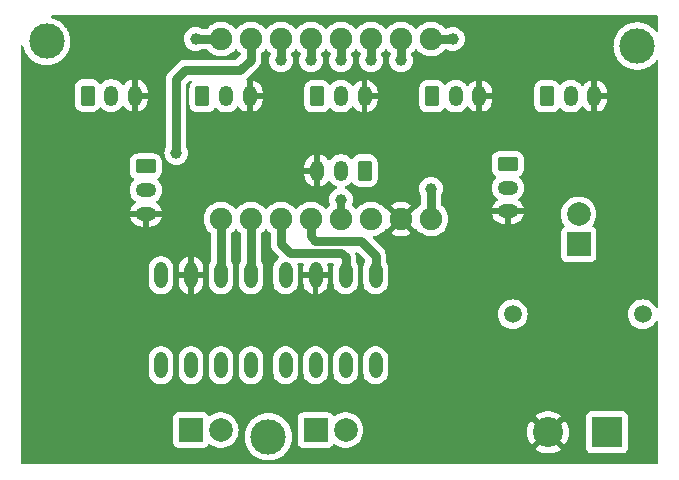
<source format=gbr>
%TF.GenerationSoftware,KiCad,Pcbnew,8.0.3*%
%TF.CreationDate,2025-04-18T12:15:05-03:00*%
%TF.ProjectId,mini,6d696e69-2e6b-4696-9361-645f70636258,rev?*%
%TF.SameCoordinates,Original*%
%TF.FileFunction,Copper,L2,Bot*%
%TF.FilePolarity,Positive*%
%FSLAX46Y46*%
G04 Gerber Fmt 4.6, Leading zero omitted, Abs format (unit mm)*
G04 Created by KiCad (PCBNEW 8.0.3) date 2025-04-18 12:15:05*
%MOMM*%
%LPD*%
G01*
G04 APERTURE LIST*
G04 Aperture macros list*
%AMRoundRect*
0 Rectangle with rounded corners*
0 $1 Rounding radius*
0 $2 $3 $4 $5 $6 $7 $8 $9 X,Y pos of 4 corners*
0 Add a 4 corners polygon primitive as box body*
4,1,4,$2,$3,$4,$5,$6,$7,$8,$9,$2,$3,0*
0 Add four circle primitives for the rounded corners*
1,1,$1+$1,$2,$3*
1,1,$1+$1,$4,$5*
1,1,$1+$1,$6,$7*
1,1,$1+$1,$8,$9*
0 Add four rect primitives between the rounded corners*
20,1,$1+$1,$2,$3,$4,$5,0*
20,1,$1+$1,$4,$5,$6,$7,0*
20,1,$1+$1,$6,$7,$8,$9,0*
20,1,$1+$1,$8,$9,$2,$3,0*%
G04 Aperture macros list end*
%TA.AperFunction,ComponentPad*%
%ADD10R,2.000000X2.000000*%
%TD*%
%TA.AperFunction,ComponentPad*%
%ADD11C,2.000000*%
%TD*%
%TA.AperFunction,ComponentPad*%
%ADD12RoundRect,0.250000X-0.350000X-0.625000X0.350000X-0.625000X0.350000X0.625000X-0.350000X0.625000X0*%
%TD*%
%TA.AperFunction,ComponentPad*%
%ADD13O,1.200000X1.750000*%
%TD*%
%TA.AperFunction,ComponentPad*%
%ADD14RoundRect,0.250000X-0.625000X0.350000X-0.625000X-0.350000X0.625000X-0.350000X0.625000X0.350000X0*%
%TD*%
%TA.AperFunction,ComponentPad*%
%ADD15O,1.750000X1.200000*%
%TD*%
%TA.AperFunction,ComponentPad*%
%ADD16C,3.000000*%
%TD*%
%TA.AperFunction,ComponentPad*%
%ADD17C,1.905000*%
%TD*%
%TA.AperFunction,ComponentPad*%
%ADD18RoundRect,0.250000X0.350000X0.625000X-0.350000X0.625000X-0.350000X-0.625000X0.350000X-0.625000X0*%
%TD*%
%TA.AperFunction,ComponentPad*%
%ADD19O,1.108000X2.216000*%
%TD*%
%TA.AperFunction,ComponentPad*%
%ADD20C,2.550000*%
%TD*%
%TA.AperFunction,ComponentPad*%
%ADD21R,2.550000X2.550000*%
%TD*%
%TA.AperFunction,ComponentPad*%
%ADD22C,1.508000*%
%TD*%
%TA.AperFunction,ViaPad*%
%ADD23C,1.000000*%
%TD*%
%TA.AperFunction,Conductor*%
%ADD24C,0.750000*%
%TD*%
%TA.AperFunction,Conductor*%
%ADD25C,0.700000*%
%TD*%
G04 APERTURE END LIST*
D10*
%TO.P,J12,1*%
%TO.N,VCC*%
X173240000Y-52385000D03*
D11*
%TO.P,J12,2*%
%TO.N,Net-(J12-Pad2)*%
X173240000Y-49845000D03*
%TD*%
D12*
%TO.P,J4,1,P1*%
%TO.N,+5V*%
X151120000Y-39850000D03*
D13*
%TO.P,J4,2,P2*%
%TO.N,/JS40F-M*%
X153120000Y-39850000D03*
%TO.P,J4,3,P3*%
%TO.N,GND*%
X155120000Y-39850000D03*
%TD*%
D14*
%TO.P,J2,1,P1*%
%TO.N,+5V*%
X136600000Y-45800000D03*
D15*
%TO.P,J2,2,P2*%
%TO.N,/JS40F-LI*%
X136600000Y-47800000D03*
%TO.P,J2,3,P3*%
%TO.N,GND*%
X136600000Y-49800000D03*
%TD*%
D16*
%TO.P,hole_3mm,1*%
%TO.N,N/C*%
X146980000Y-68680000D03*
%TD*%
%TO.P,hole_3mm,1*%
%TO.N,N/C*%
X128200000Y-35200000D03*
%TD*%
D10*
%TO.P,J10,1*%
%TO.N,Net-(U2-FO1)*%
X150970000Y-68126250D03*
D11*
%TO.P,J10,2*%
%TO.N,Net-(U2-BO1)*%
X153510000Y-68126250D03*
%TD*%
D12*
%TO.P,J6,1,P1*%
%TO.N,+5V*%
X160845000Y-39850000D03*
D13*
%TO.P,J6,2,P2*%
%TO.N,/JS40F-D*%
X162845000Y-39850000D03*
%TO.P,J6,3,P3*%
%TO.N,GND*%
X164845000Y-39850000D03*
%TD*%
D17*
%TO.P,U3,0,GPIO0*%
%TO.N,/MD_B*%
X142965000Y-50240000D03*
%TO.P,U3,1,GPIO1*%
%TO.N,/MD_A*%
X145505000Y-50240000D03*
%TO.P,U3,2,GPIO2*%
%TO.N,/MI_B*%
X148045000Y-50240000D03*
%TO.P,U3,3,GPIO3*%
%TO.N,/MI_A*%
X150585000Y-50240000D03*
%TO.P,U3,3.3,3V3*%
%TO.N,unconnected-(U3-3V3-Pad3.3)*%
X155665000Y-50240000D03*
%TO.P,U3,4,GPIO4*%
%TO.N,/QRE-M*%
X153125000Y-50240000D03*
%TO.P,U3,5,GPIO5*%
%TO.N,/JS40F-LD*%
X160745000Y-35000000D03*
%TO.P,U3,5V,5V*%
%TO.N,+5V*%
X160745000Y-50240000D03*
%TO.P,U3,6,GPIO6*%
%TO.N,/QRE-D*%
X158205000Y-35000000D03*
%TO.P,U3,7,GPIO7*%
%TO.N,/JS40F-D*%
X155665000Y-35000000D03*
%TO.P,U3,8,GPIO8*%
%TO.N,/JS40F-M*%
X153125000Y-35000000D03*
%TO.P,U3,9,GPIO9*%
%TO.N,/JS40F-I*%
X150585000Y-35000000D03*
%TO.P,U3,10,GPIO10*%
%TO.N,/QRE-I*%
X148045000Y-35000000D03*
%TO.P,U3,20,GPIO20*%
%TO.N,/JS40F-LI*%
X145505000Y-35000000D03*
%TO.P,U3,21,GPIO21*%
%TO.N,/PULL_DOWN *%
X142965000Y-35000000D03*
%TO.P,U3,G,GND*%
%TO.N,GND*%
X158205000Y-50240000D03*
%TD*%
D18*
%TO.P,J5,1,P1*%
%TO.N,+5V*%
X155125000Y-46150000D03*
D13*
%TO.P,J5,2,P2*%
%TO.N,/QRE-M*%
X153125000Y-46150000D03*
%TO.P,J5,3,P3*%
%TO.N,GND*%
X151125000Y-46150000D03*
%TD*%
D19*
%TO.P,U4,1,BI*%
%TO.N,/MD_A*%
X145505000Y-55009000D03*
%TO.P,U4,2,FI*%
%TO.N,/MD_B*%
X142965000Y-55009000D03*
%TO.P,U4,3,GND*%
%TO.N,GND*%
X140425000Y-55009000D03*
%TO.P,U4,4,VCC*%
%TO.N,VCC*%
X137885000Y-55009000D03*
%TO.P,U4,5,FO1*%
%TO.N,Net-(U4-FO1)*%
X137885000Y-62629000D03*
%TO.P,U4,6,FO2*%
X140425000Y-62629000D03*
%TO.P,U4,7,BO1*%
%TO.N,Net-(U4-BO1)*%
X142965000Y-62629000D03*
%TO.P,U4,8,BO2*%
X145505000Y-62629000D03*
%TD*%
D12*
%TO.P,J3,1,P1*%
%TO.N,+5V*%
X131670000Y-39800000D03*
D13*
%TO.P,J3,2,P2*%
%TO.N,/QRE-I*%
X133670000Y-39800000D03*
%TO.P,J3,3,P3*%
%TO.N,GND*%
X135670000Y-39800000D03*
%TD*%
D12*
%TO.P,J1,1,P1*%
%TO.N,+5V*%
X141395000Y-39850000D03*
D13*
%TO.P,J1,2,P2*%
%TO.N,/JS40F-I*%
X143395000Y-39850000D03*
%TO.P,J1,3,P3*%
%TO.N,GND*%
X145395000Y-39850000D03*
%TD*%
D14*
%TO.P,J7,1,P1*%
%TO.N,+5V*%
X167250000Y-45600000D03*
D15*
%TO.P,J7,2,P2*%
%TO.N,/JS40F-LD*%
X167250000Y-47600000D03*
%TO.P,J7,3,P3*%
%TO.N,GND*%
X167250000Y-49600000D03*
%TD*%
D12*
%TO.P,J8,1,P1*%
%TO.N,+5V*%
X170570000Y-39850000D03*
D13*
%TO.P,J8,2,P2*%
%TO.N,/QRE-D*%
X172570000Y-39850000D03*
%TO.P,J8,3,P3*%
%TO.N,GND*%
X174570000Y-39850000D03*
%TD*%
D10*
%TO.P,J11,1*%
%TO.N,Net-(U4-FO1)*%
X140415000Y-68120000D03*
D11*
%TO.P,J11,2*%
%TO.N,Net-(U4-BO1)*%
X142955000Y-68120000D03*
%TD*%
D16*
%TO.P,hole_3mm,1*%
%TO.N,N/C*%
X178200000Y-35600000D03*
%TD*%
D19*
%TO.P,U2,1,BI*%
%TO.N,/MI_A*%
X156050000Y-55009000D03*
%TO.P,U2,2,FI*%
%TO.N,/MI_B*%
X153510000Y-55009000D03*
%TO.P,U2,3,GND*%
%TO.N,GND*%
X150970000Y-55009000D03*
%TO.P,U2,4,VCC*%
%TO.N,VCC*%
X148430000Y-55009000D03*
%TO.P,U2,5,FO1*%
%TO.N,Net-(U2-FO1)*%
X148430000Y-62629000D03*
%TO.P,U2,6,FO2*%
X150970000Y-62629000D03*
%TO.P,U2,7,BO1*%
%TO.N,Net-(U2-BO1)*%
X153510000Y-62629000D03*
%TO.P,U2,8,BO2*%
X156050000Y-62629000D03*
%TD*%
D20*
%TO.P,J13,N,N*%
%TO.N,GND*%
X170660000Y-68310000D03*
D21*
%TO.P,J13,P,P*%
%TO.N,Net-(J12-Pad2)*%
X175660000Y-68310000D03*
D22*
%TO.P,J13,S1*%
%TO.N,N/C*%
X167660000Y-58310000D03*
%TO.P,J13,S2*%
X178660000Y-58310000D03*
%TD*%
D23*
%TO.N,GND*%
X167250000Y-53020000D03*
X160745000Y-44622500D03*
X158000000Y-39840000D03*
X167690000Y-39840000D03*
X148260000Y-39840000D03*
%TO.N,+5V*%
X160745000Y-47675000D03*
%TO.N,/JS40F-I*%
X150585000Y-36800000D03*
%TO.N,/JS40F-LI*%
X139170000Y-44650000D03*
%TO.N,/QRE-I*%
X148045000Y-36800000D03*
%TO.N,/JS40F-M*%
X153125000Y-36800000D03*
%TO.N,/QRE-M*%
X153125000Y-48600000D03*
%TO.N,/JS40F-D*%
X155665000Y-36800000D03*
%TO.N,/JS40F-LD*%
X162600000Y-35000000D03*
%TO.N,/QRE-D*%
X158205000Y-36800000D03*
%TO.N,/PULL_DOWN *%
X140825000Y-35000000D03*
%TD*%
D24*
%TO.N,+5V*%
X160745000Y-50240000D02*
X160745000Y-47675000D01*
%TO.N,/JS40F-I*%
X150585000Y-35000000D02*
X150585000Y-36800000D01*
%TO.N,/JS40F-LI*%
X145505000Y-36745000D02*
X145505000Y-35000000D01*
X139170000Y-38430000D02*
X139950000Y-37650000D01*
X144600000Y-37650000D02*
X145505000Y-36745000D01*
X139950000Y-37650000D02*
X144600000Y-37650000D01*
X139170000Y-44650000D02*
X139170000Y-38430000D01*
%TO.N,/QRE-I*%
X148045000Y-35000000D02*
X148045000Y-36800000D01*
%TO.N,/JS40F-M*%
X153125000Y-35000000D02*
X153125000Y-36800000D01*
D25*
%TO.N,/QRE-M*%
X153125000Y-50240000D02*
X153125000Y-48600000D01*
D24*
%TO.N,/JS40F-D*%
X155665000Y-35000000D02*
X155665000Y-36800000D01*
%TO.N,/JS40F-LD*%
X160745000Y-35000000D02*
X162600000Y-35000000D01*
%TO.N,/QRE-D*%
X158205000Y-35000000D02*
X158205000Y-36800000D01*
%TO.N,/PULL_DOWN *%
X142965000Y-35000000D02*
X140825000Y-35000000D01*
%TO.N,/MI_A*%
X150585000Y-51715000D02*
X150950000Y-52080000D01*
X154790000Y-52080000D02*
X156050000Y-53340000D01*
X150585000Y-50240000D02*
X150585000Y-51715000D01*
X156050000Y-53340000D02*
X156050000Y-55009000D01*
X150950000Y-52080000D02*
X154790000Y-52080000D01*
%TO.N,/MI_B*%
X153140000Y-53100000D02*
X148780000Y-53100000D01*
X153510000Y-55009000D02*
X153510000Y-53470000D01*
X148780000Y-53100000D02*
X148045000Y-52365000D01*
X153510000Y-53470000D02*
X153140000Y-53100000D01*
X148045000Y-52365000D02*
X148045000Y-50240000D01*
%TO.N,/MD_A*%
X145505000Y-50240000D02*
X145505000Y-55009000D01*
%TO.N,/MD_B*%
X142965000Y-50240000D02*
X142965000Y-55009000D01*
%TD*%
%TA.AperFunction,Conductor*%
%TO.N,GND*%
G36*
X179943039Y-33019685D02*
G01*
X179988794Y-33072489D01*
X180000000Y-33124000D01*
X180000000Y-34293774D01*
X179980315Y-34360813D01*
X179927511Y-34406568D01*
X179858353Y-34416512D01*
X179794797Y-34387487D01*
X179776733Y-34368084D01*
X179715742Y-34286609D01*
X179715741Y-34286608D01*
X179715739Y-34286605D01*
X179715734Y-34286600D01*
X179715726Y-34286591D01*
X179513405Y-34084270D01*
X179513396Y-34084262D01*
X179495931Y-34071188D01*
X179408821Y-34005978D01*
X179407906Y-34005284D01*
X179313803Y-33933076D01*
X179309843Y-33930789D01*
X179297536Y-33922671D01*
X179284315Y-33912773D01*
X179180918Y-33856314D01*
X179178345Y-33854869D01*
X179086704Y-33801960D01*
X179086688Y-33801952D01*
X179070769Y-33795358D01*
X179058803Y-33789633D01*
X179033170Y-33775637D01*
X179033163Y-33775634D01*
X179033161Y-33775633D01*
X178934596Y-33738870D01*
X178930491Y-33737254D01*
X178844417Y-33701601D01*
X178815525Y-33693859D01*
X178804292Y-33690268D01*
X178765042Y-33675629D01*
X178674629Y-33655961D01*
X178668895Y-33654570D01*
X178591121Y-33633731D01*
X178591118Y-33633730D01*
X178591116Y-33633730D01*
X178569450Y-33630877D01*
X178548897Y-33628171D01*
X178538728Y-33626398D01*
X178485438Y-33614805D01*
X178485425Y-33614803D01*
X178405764Y-33609105D01*
X178398429Y-33608360D01*
X178331123Y-33599500D01*
X178331120Y-33599500D01*
X178275876Y-33599500D01*
X178267030Y-33599184D01*
X178200001Y-33594390D01*
X178199999Y-33594390D01*
X178132970Y-33599184D01*
X178124124Y-33599500D01*
X178068877Y-33599500D01*
X178001569Y-33608360D01*
X177994234Y-33609105D01*
X177914574Y-33614803D01*
X177914557Y-33614806D01*
X177861269Y-33626398D01*
X177851101Y-33628171D01*
X177808876Y-33633731D01*
X177731102Y-33654570D01*
X177725369Y-33655961D01*
X177634953Y-33675630D01*
X177634946Y-33675632D01*
X177595712Y-33690266D01*
X177584479Y-33693857D01*
X177555582Y-33701601D01*
X177555576Y-33701603D01*
X177469516Y-33737250D01*
X177465399Y-33738870D01*
X177366841Y-33775631D01*
X177366837Y-33775633D01*
X177341190Y-33789636D01*
X177329233Y-33795357D01*
X177313302Y-33801957D01*
X177221656Y-33854868D01*
X177219085Y-33856312D01*
X177115681Y-33912776D01*
X177102454Y-33922677D01*
X177090156Y-33930789D01*
X177086210Y-33933067D01*
X177086195Y-33933077D01*
X176992196Y-34005204D01*
X176991022Y-34006093D01*
X176886615Y-34084252D01*
X176886594Y-34084270D01*
X176684270Y-34286594D01*
X176684252Y-34286615D01*
X176606093Y-34391022D01*
X176605204Y-34392196D01*
X176533077Y-34486195D01*
X176533067Y-34486210D01*
X176530789Y-34490156D01*
X176522677Y-34502454D01*
X176512776Y-34515681D01*
X176456312Y-34619085D01*
X176454868Y-34621656D01*
X176401957Y-34713302D01*
X176395357Y-34729233D01*
X176389636Y-34741190D01*
X176375633Y-34766837D01*
X176375631Y-34766841D01*
X176338870Y-34865399D01*
X176337250Y-34869516D01*
X176301603Y-34955576D01*
X176301601Y-34955582D01*
X176293857Y-34984479D01*
X176290266Y-34995712D01*
X176275632Y-35034946D01*
X176275630Y-35034953D01*
X176255961Y-35125369D01*
X176254570Y-35131102D01*
X176233731Y-35208876D01*
X176228171Y-35251101D01*
X176226398Y-35261269D01*
X176214806Y-35314557D01*
X176214803Y-35314574D01*
X176209105Y-35394234D01*
X176208360Y-35401569D01*
X176199500Y-35468876D01*
X176199500Y-35524124D01*
X176199184Y-35532970D01*
X176194390Y-35599998D01*
X176194390Y-35600001D01*
X176199184Y-35667028D01*
X176199500Y-35675874D01*
X176199500Y-35731123D01*
X176208360Y-35798429D01*
X176209105Y-35805764D01*
X176214803Y-35885425D01*
X176214805Y-35885438D01*
X176226398Y-35938728D01*
X176228171Y-35948897D01*
X176233731Y-35991121D01*
X176254570Y-36068895D01*
X176255961Y-36074629D01*
X176275629Y-36165042D01*
X176290268Y-36204292D01*
X176293859Y-36215525D01*
X176301601Y-36244417D01*
X176337254Y-36330491D01*
X176338871Y-36334601D01*
X176368249Y-36413365D01*
X176375633Y-36433160D01*
X176375637Y-36433170D01*
X176389633Y-36458803D01*
X176395358Y-36470769D01*
X176401952Y-36486688D01*
X176401960Y-36486704D01*
X176454869Y-36578345D01*
X176456314Y-36580918D01*
X176512773Y-36684315D01*
X176522671Y-36697536D01*
X176530789Y-36709843D01*
X176533076Y-36713803D01*
X176605284Y-36807906D01*
X176605978Y-36808821D01*
X176684258Y-36913391D01*
X176684262Y-36913396D01*
X176684270Y-36913405D01*
X176886591Y-37115726D01*
X176886599Y-37115733D01*
X176886605Y-37115739D01*
X176886608Y-37115741D01*
X176886609Y-37115742D01*
X176991034Y-37193913D01*
X176992211Y-37194805D01*
X177086194Y-37266922D01*
X177090156Y-37269210D01*
X177102460Y-37277326D01*
X177115685Y-37287226D01*
X177144760Y-37303102D01*
X177219080Y-37343684D01*
X177221653Y-37345129D01*
X177313299Y-37398041D01*
X177313314Y-37398048D01*
X177329228Y-37404640D01*
X177341201Y-37410367D01*
X177366839Y-37424367D01*
X177465412Y-37461132D01*
X177469499Y-37462741D01*
X177555567Y-37498393D01*
X177555590Y-37498401D01*
X177574248Y-37503399D01*
X177584469Y-37506137D01*
X177595701Y-37509727D01*
X177634954Y-37524369D01*
X177634955Y-37524369D01*
X177634960Y-37524371D01*
X177713580Y-37541473D01*
X177725348Y-37544033D01*
X177725358Y-37544035D01*
X177731072Y-37545420D01*
X177808884Y-37566270D01*
X177851124Y-37571830D01*
X177861237Y-37573593D01*
X177914572Y-37585196D01*
X177994243Y-37590893D01*
X178001547Y-37591634D01*
X178068880Y-37600500D01*
X178124124Y-37600500D01*
X178132970Y-37600816D01*
X178199999Y-37605610D01*
X178200000Y-37605610D01*
X178200001Y-37605610D01*
X178267030Y-37600816D01*
X178275876Y-37600500D01*
X178331114Y-37600500D01*
X178331120Y-37600500D01*
X178398448Y-37591635D01*
X178405758Y-37590893D01*
X178485428Y-37585196D01*
X178538770Y-37573591D01*
X178548869Y-37571831D01*
X178591116Y-37566270D01*
X178668918Y-37545422D01*
X178674595Y-37544044D01*
X178765046Y-37524369D01*
X178804303Y-37509725D01*
X178815510Y-37506143D01*
X178844419Y-37498398D01*
X178871113Y-37487340D01*
X178930508Y-37462738D01*
X178934612Y-37461122D01*
X179033161Y-37424367D01*
X179058804Y-37410363D01*
X179070763Y-37404642D01*
X179086697Y-37398043D01*
X179178435Y-37345076D01*
X179180868Y-37343711D01*
X179284315Y-37287226D01*
X179297546Y-37277319D01*
X179309850Y-37269205D01*
X179313803Y-37266924D01*
X179407810Y-37194787D01*
X179408892Y-37193967D01*
X179513395Y-37115739D01*
X179715739Y-36913395D01*
X179776732Y-36831915D01*
X179832665Y-36790045D01*
X179902357Y-36785060D01*
X179963680Y-36818544D01*
X179997166Y-36879867D01*
X180000000Y-36906226D01*
X180000000Y-57655912D01*
X179980315Y-57722951D01*
X179927511Y-57768706D01*
X179858353Y-57778650D01*
X179794797Y-57749625D01*
X179763618Y-57708316D01*
X179750580Y-57680357D01*
X179750579Y-57680354D01*
X179750577Y-57680351D01*
X179750576Y-57680349D01*
X179624677Y-57500547D01*
X179624672Y-57500541D01*
X179469458Y-57345327D01*
X179469452Y-57345322D01*
X179289650Y-57219423D01*
X179289642Y-57219419D01*
X179090708Y-57126655D01*
X179090706Y-57126654D01*
X179090703Y-57126653D01*
X178939885Y-57086240D01*
X178878675Y-57069839D01*
X178878668Y-57069838D01*
X178660002Y-57050708D01*
X178659998Y-57050708D01*
X178441331Y-57069838D01*
X178441324Y-57069839D01*
X178318902Y-57102642D01*
X178229297Y-57126653D01*
X178229295Y-57126653D01*
X178229291Y-57126655D01*
X178030357Y-57219419D01*
X178030349Y-57219423D01*
X177850547Y-57345322D01*
X177850541Y-57345327D01*
X177695327Y-57500541D01*
X177695322Y-57500547D01*
X177569423Y-57680349D01*
X177569419Y-57680357D01*
X177476655Y-57879291D01*
X177419839Y-58091324D01*
X177419838Y-58091331D01*
X177400708Y-58309997D01*
X177400708Y-58310000D01*
X177419839Y-58528674D01*
X177476653Y-58740703D01*
X177476654Y-58740706D01*
X177476655Y-58740708D01*
X177569419Y-58939642D01*
X177569423Y-58939650D01*
X177695322Y-59119452D01*
X177695327Y-59119458D01*
X177850541Y-59274672D01*
X177850547Y-59274677D01*
X178030349Y-59400576D01*
X178030351Y-59400577D01*
X178030354Y-59400579D01*
X178229297Y-59493347D01*
X178441326Y-59550161D01*
X178597521Y-59563826D01*
X178659998Y-59569292D01*
X178660000Y-59569292D01*
X178660002Y-59569292D01*
X178714668Y-59564509D01*
X178878674Y-59550161D01*
X179090703Y-59493347D01*
X179289646Y-59400579D01*
X179469457Y-59274674D01*
X179624674Y-59119457D01*
X179750579Y-58939646D01*
X179763618Y-58911682D01*
X179809789Y-58859244D01*
X179876982Y-58840091D01*
X179943864Y-58860306D01*
X179989199Y-58913470D01*
X180000000Y-58964087D01*
X180000000Y-70876000D01*
X179980315Y-70943039D01*
X179927511Y-70988794D01*
X179876000Y-71000000D01*
X126124000Y-71000000D01*
X126056961Y-70980315D01*
X126011206Y-70927511D01*
X126000000Y-70876000D01*
X126000000Y-67072135D01*
X138914500Y-67072135D01*
X138914500Y-69167870D01*
X138914501Y-69167876D01*
X138920908Y-69227483D01*
X138971202Y-69362328D01*
X138971206Y-69362335D01*
X139057452Y-69477544D01*
X139057455Y-69477547D01*
X139172664Y-69563793D01*
X139172671Y-69563797D01*
X139307517Y-69614091D01*
X139307516Y-69614091D01*
X139314444Y-69614835D01*
X139367127Y-69620500D01*
X141462872Y-69620499D01*
X141522483Y-69614091D01*
X141657331Y-69563796D01*
X141772546Y-69477546D01*
X141858796Y-69362331D01*
X141858797Y-69362326D01*
X141863047Y-69354546D01*
X141866288Y-69356316D01*
X141897541Y-69314393D01*
X141962956Y-69289844D01*
X142031259Y-69304558D01*
X142048212Y-69315655D01*
X142131491Y-69380474D01*
X142350190Y-69498828D01*
X142585386Y-69579571D01*
X142830665Y-69620500D01*
X143079335Y-69620500D01*
X143324614Y-69579571D01*
X143559810Y-69498828D01*
X143778509Y-69380474D01*
X143974744Y-69227738D01*
X144143164Y-69044785D01*
X144279173Y-68836607D01*
X144347868Y-68679998D01*
X144974390Y-68679998D01*
X144974390Y-68680001D01*
X144979184Y-68747028D01*
X144979500Y-68755874D01*
X144979500Y-68811123D01*
X144988360Y-68878429D01*
X144989105Y-68885764D01*
X144994803Y-68965425D01*
X144994805Y-68965438D01*
X145006398Y-69018728D01*
X145008171Y-69028897D01*
X145013731Y-69071121D01*
X145034570Y-69148895D01*
X145035961Y-69154629D01*
X145055629Y-69245042D01*
X145070268Y-69284292D01*
X145073859Y-69295525D01*
X145081601Y-69324417D01*
X145117254Y-69410491D01*
X145118871Y-69414601D01*
X145152618Y-69505078D01*
X145155633Y-69513160D01*
X145155637Y-69513170D01*
X145169633Y-69538803D01*
X145175358Y-69550769D01*
X145181952Y-69566688D01*
X145181960Y-69566704D01*
X145234869Y-69658345D01*
X145236314Y-69660918D01*
X145292773Y-69764315D01*
X145302671Y-69777536D01*
X145310789Y-69789843D01*
X145313076Y-69793803D01*
X145385284Y-69887906D01*
X145385978Y-69888821D01*
X145444452Y-69966933D01*
X145464262Y-69993396D01*
X145464270Y-69993405D01*
X145666591Y-70195726D01*
X145666599Y-70195733D01*
X145666605Y-70195739D01*
X145666608Y-70195741D01*
X145666609Y-70195742D01*
X145771034Y-70273913D01*
X145772211Y-70274805D01*
X145866194Y-70346922D01*
X145870156Y-70349210D01*
X145882460Y-70357326D01*
X145895685Y-70367226D01*
X145967282Y-70406321D01*
X145999080Y-70423684D01*
X146001653Y-70425129D01*
X146093299Y-70478041D01*
X146093314Y-70478048D01*
X146109228Y-70484640D01*
X146121201Y-70490367D01*
X146146839Y-70504367D01*
X146245412Y-70541132D01*
X146249499Y-70542741D01*
X146335567Y-70578393D01*
X146335590Y-70578401D01*
X146354248Y-70583399D01*
X146364469Y-70586137D01*
X146375701Y-70589727D01*
X146414954Y-70604369D01*
X146414955Y-70604369D01*
X146414960Y-70604371D01*
X146493580Y-70621473D01*
X146505348Y-70624033D01*
X146505358Y-70624035D01*
X146511072Y-70625420D01*
X146588884Y-70646270D01*
X146631124Y-70651830D01*
X146641237Y-70653593D01*
X146694572Y-70665196D01*
X146774243Y-70670893D01*
X146781547Y-70671634D01*
X146848880Y-70680500D01*
X146904124Y-70680500D01*
X146912970Y-70680816D01*
X146979999Y-70685610D01*
X146980000Y-70685610D01*
X146980001Y-70685610D01*
X147047030Y-70680816D01*
X147055876Y-70680500D01*
X147111114Y-70680500D01*
X147111120Y-70680500D01*
X147178448Y-70671635D01*
X147185758Y-70670893D01*
X147265428Y-70665196D01*
X147318770Y-70653591D01*
X147328869Y-70651831D01*
X147371116Y-70646270D01*
X147448918Y-70625422D01*
X147454595Y-70624044D01*
X147545046Y-70604369D01*
X147584303Y-70589725D01*
X147595510Y-70586143D01*
X147624419Y-70578398D01*
X147651113Y-70567340D01*
X147710508Y-70542738D01*
X147714612Y-70541122D01*
X147813161Y-70504367D01*
X147838804Y-70490363D01*
X147850763Y-70484642D01*
X147866697Y-70478043D01*
X147958435Y-70425076D01*
X147960868Y-70423711D01*
X148064315Y-70367226D01*
X148077546Y-70357319D01*
X148089850Y-70349205D01*
X148093803Y-70346924D01*
X148187810Y-70274787D01*
X148188892Y-70273967D01*
X148293395Y-70195739D01*
X148495739Y-69993395D01*
X148573967Y-69888892D01*
X148574816Y-69887773D01*
X148646924Y-69793803D01*
X148649205Y-69789850D01*
X148657319Y-69777546D01*
X148667226Y-69764315D01*
X148723711Y-69660868D01*
X148725076Y-69658435D01*
X148778043Y-69566697D01*
X148784642Y-69550763D01*
X148790365Y-69538803D01*
X148804367Y-69513161D01*
X148841124Y-69414609D01*
X148842738Y-69410508D01*
X148878395Y-69324426D01*
X148878394Y-69324426D01*
X148878398Y-69324419D01*
X148886143Y-69295510D01*
X148889725Y-69284303D01*
X148904369Y-69245046D01*
X148924044Y-69154595D01*
X148925425Y-69148909D01*
X148925429Y-69148895D01*
X148946270Y-69071116D01*
X148951831Y-69028869D01*
X148953591Y-69018770D01*
X148965196Y-68965428D01*
X148970893Y-68885758D01*
X148971637Y-68878432D01*
X148971638Y-68878429D01*
X148980500Y-68811120D01*
X148980500Y-68755874D01*
X148980816Y-68747028D01*
X148985610Y-68680001D01*
X148985610Y-68679998D01*
X148980816Y-68612970D01*
X148980500Y-68604124D01*
X148980500Y-68548880D01*
X148980499Y-68548876D01*
X148971634Y-68481547D01*
X148970893Y-68474234D01*
X148965196Y-68394572D01*
X148953593Y-68341237D01*
X148951830Y-68331124D01*
X148946270Y-68288884D01*
X148925420Y-68211072D01*
X148924035Y-68205358D01*
X148904371Y-68114960D01*
X148904369Y-68114954D01*
X148889727Y-68075701D01*
X148886136Y-68064463D01*
X148885493Y-68062064D01*
X148880843Y-68044707D01*
X148878401Y-68035590D01*
X148878393Y-68035567D01*
X148842741Y-67949499D01*
X148841132Y-67945412D01*
X148804367Y-67846839D01*
X148790362Y-67821190D01*
X148784640Y-67809228D01*
X148778048Y-67793314D01*
X148778041Y-67793299D01*
X148725129Y-67701653D01*
X148723684Y-67699080D01*
X148689987Y-67637369D01*
X148667226Y-67595685D01*
X148657326Y-67582460D01*
X148649210Y-67570156D01*
X148647730Y-67567594D01*
X148646924Y-67566197D01*
X148646922Y-67566195D01*
X148646922Y-67566194D01*
X148574805Y-67472211D01*
X148573913Y-67471034D01*
X148495742Y-67366609D01*
X148495741Y-67366608D01*
X148495739Y-67366605D01*
X148495734Y-67366600D01*
X148495726Y-67366591D01*
X148293405Y-67164270D01*
X148293396Y-67164262D01*
X148293383Y-67164252D01*
X148188821Y-67085978D01*
X148187906Y-67085284D01*
X148178915Y-67078385D01*
X149469500Y-67078385D01*
X149469500Y-69174120D01*
X149469501Y-69174126D01*
X149475908Y-69233733D01*
X149526202Y-69368578D01*
X149526206Y-69368585D01*
X149612452Y-69483794D01*
X149612455Y-69483797D01*
X149727664Y-69570043D01*
X149727671Y-69570047D01*
X149862517Y-69620341D01*
X149862516Y-69620341D01*
X149869444Y-69621085D01*
X149922127Y-69626750D01*
X152017872Y-69626749D01*
X152077483Y-69620341D01*
X152212331Y-69570046D01*
X152327546Y-69483796D01*
X152413796Y-69368581D01*
X152413797Y-69368576D01*
X152418047Y-69360796D01*
X152421288Y-69362566D01*
X152452541Y-69320643D01*
X152517956Y-69296094D01*
X152586259Y-69310808D01*
X152603212Y-69321905D01*
X152686491Y-69386724D01*
X152905190Y-69505078D01*
X153140386Y-69585821D01*
X153385665Y-69626750D01*
X153634335Y-69626750D01*
X153879614Y-69585821D01*
X154114810Y-69505078D01*
X154333509Y-69386724D01*
X154529744Y-69233988D01*
X154698164Y-69051035D01*
X154834173Y-68842857D01*
X154934063Y-68615131D01*
X154995108Y-68374071D01*
X154997826Y-68341269D01*
X155000418Y-68309995D01*
X168880023Y-68309995D01*
X168880023Y-68310004D01*
X168899903Y-68575290D01*
X168899903Y-68575292D01*
X168959098Y-68834643D01*
X168959104Y-68834662D01*
X169056296Y-69082303D01*
X169189316Y-69312700D01*
X169240083Y-69376361D01*
X169240084Y-69376361D01*
X169905884Y-68710560D01*
X169906740Y-68712626D01*
X169999762Y-68851844D01*
X170118156Y-68970238D01*
X170257374Y-69063260D01*
X170259437Y-69064114D01*
X169592840Y-69730711D01*
X169770011Y-69851504D01*
X169770015Y-69851506D01*
X170009695Y-69966931D01*
X170009699Y-69966932D01*
X170263909Y-70045346D01*
X170263915Y-70045347D01*
X170526976Y-70084999D01*
X170526983Y-70085000D01*
X170793017Y-70085000D01*
X170793023Y-70084999D01*
X171056084Y-70045347D01*
X171056090Y-70045346D01*
X171310299Y-69966933D01*
X171549992Y-69851503D01*
X171727158Y-69730711D01*
X171060562Y-69064114D01*
X171062626Y-69063260D01*
X171201844Y-68970238D01*
X171320238Y-68851844D01*
X171413260Y-68712626D01*
X171414114Y-68710561D01*
X172079914Y-69376361D01*
X172079915Y-69376360D01*
X172130679Y-69312706D01*
X172130686Y-69312695D01*
X172263703Y-69082303D01*
X172360895Y-68834662D01*
X172360901Y-68834643D01*
X172420096Y-68575292D01*
X172420096Y-68575290D01*
X172439977Y-68310004D01*
X172439977Y-68309995D01*
X172420096Y-68044709D01*
X172420096Y-68044707D01*
X172360901Y-67785356D01*
X172360895Y-67785337D01*
X172263703Y-67537696D01*
X172130683Y-67307299D01*
X172079915Y-67243637D01*
X171414114Y-67909437D01*
X171413260Y-67907374D01*
X171320238Y-67768156D01*
X171201844Y-67649762D01*
X171062626Y-67556740D01*
X171060561Y-67555884D01*
X171629310Y-66987135D01*
X173884500Y-66987135D01*
X173884500Y-69632870D01*
X173884501Y-69632876D01*
X173890908Y-69692483D01*
X173941202Y-69827328D01*
X173941206Y-69827335D01*
X174027452Y-69942544D01*
X174027455Y-69942547D01*
X174142664Y-70028793D01*
X174142671Y-70028797D01*
X174277517Y-70079091D01*
X174277516Y-70079091D01*
X174284444Y-70079835D01*
X174337127Y-70085500D01*
X176982872Y-70085499D01*
X177042483Y-70079091D01*
X177177331Y-70028796D01*
X177292546Y-69942546D01*
X177378796Y-69827331D01*
X177429091Y-69692483D01*
X177435500Y-69632873D01*
X177435499Y-66987128D01*
X177429091Y-66927517D01*
X177427907Y-66924343D01*
X177378797Y-66792671D01*
X177378793Y-66792664D01*
X177292547Y-66677455D01*
X177292544Y-66677452D01*
X177177335Y-66591206D01*
X177177328Y-66591202D01*
X177042482Y-66540908D01*
X177042483Y-66540908D01*
X176982883Y-66534501D01*
X176982881Y-66534500D01*
X176982873Y-66534500D01*
X176982864Y-66534500D01*
X174337129Y-66534500D01*
X174337123Y-66534501D01*
X174277516Y-66540908D01*
X174142671Y-66591202D01*
X174142664Y-66591206D01*
X174027455Y-66677452D01*
X174027452Y-66677455D01*
X173941206Y-66792664D01*
X173941202Y-66792671D01*
X173890908Y-66927517D01*
X173888493Y-66949985D01*
X173884501Y-66987123D01*
X173884500Y-66987135D01*
X171629310Y-66987135D01*
X171727158Y-66889287D01*
X171549984Y-66768492D01*
X171310299Y-66653066D01*
X171056090Y-66574653D01*
X171056084Y-66574652D01*
X170793023Y-66535000D01*
X170526976Y-66535000D01*
X170263915Y-66574652D01*
X170263909Y-66574653D01*
X170009699Y-66653067D01*
X170009695Y-66653068D01*
X169770015Y-66768493D01*
X169770011Y-66768495D01*
X169592840Y-66889287D01*
X170259438Y-67555884D01*
X170257374Y-67556740D01*
X170118156Y-67649762D01*
X169999762Y-67768156D01*
X169906740Y-67907374D01*
X169905884Y-67909438D01*
X169240084Y-67243638D01*
X169189314Y-67307302D01*
X169056296Y-67537696D01*
X168959104Y-67785337D01*
X168959098Y-67785356D01*
X168899903Y-68044707D01*
X168899903Y-68044709D01*
X168880023Y-68309995D01*
X155000418Y-68309995D01*
X155015643Y-68126255D01*
X155015643Y-68126244D01*
X154995109Y-67878437D01*
X154995107Y-67878425D01*
X154934063Y-67637368D01*
X154834173Y-67409643D01*
X154698166Y-67201467D01*
X154663907Y-67164252D01*
X154529744Y-67018512D01*
X154333509Y-66865776D01*
X154333507Y-66865775D01*
X154333506Y-66865774D01*
X154114811Y-66747422D01*
X154114802Y-66747419D01*
X153879616Y-66666679D01*
X153634335Y-66625750D01*
X153385665Y-66625750D01*
X153140383Y-66666679D01*
X152905197Y-66747419D01*
X152905188Y-66747422D01*
X152686491Y-66865775D01*
X152686488Y-66865778D01*
X152603212Y-66930593D01*
X152538218Y-66956235D01*
X152469678Y-66942668D01*
X152419354Y-66894199D01*
X152418159Y-66891642D01*
X152418047Y-66891704D01*
X152413793Y-66883914D01*
X152327547Y-66768705D01*
X152327544Y-66768702D01*
X152212335Y-66682456D01*
X152212328Y-66682452D01*
X152077482Y-66632158D01*
X152077483Y-66632158D01*
X152017883Y-66625751D01*
X152017881Y-66625750D01*
X152017873Y-66625750D01*
X152017864Y-66625750D01*
X149922129Y-66625750D01*
X149922123Y-66625751D01*
X149862516Y-66632158D01*
X149727671Y-66682452D01*
X149727664Y-66682456D01*
X149612455Y-66768702D01*
X149612452Y-66768705D01*
X149526206Y-66883914D01*
X149526202Y-66883921D01*
X149475908Y-67018767D01*
X149469501Y-67078366D01*
X149469500Y-67078385D01*
X148178915Y-67078385D01*
X148093803Y-67013076D01*
X148089843Y-67010789D01*
X148077536Y-67002671D01*
X148064315Y-66992773D01*
X147960918Y-66936314D01*
X147958345Y-66934869D01*
X147866704Y-66881960D01*
X147866688Y-66881952D01*
X147850769Y-66875358D01*
X147838803Y-66869633D01*
X147813170Y-66855637D01*
X147813163Y-66855634D01*
X147813161Y-66855633D01*
X147714596Y-66818870D01*
X147710491Y-66817254D01*
X147624417Y-66781601D01*
X147595525Y-66773859D01*
X147584292Y-66770268D01*
X147545042Y-66755629D01*
X147454629Y-66735961D01*
X147448895Y-66734570D01*
X147371121Y-66713731D01*
X147371118Y-66713730D01*
X147371116Y-66713730D01*
X147349450Y-66710877D01*
X147328897Y-66708171D01*
X147318728Y-66706398D01*
X147265438Y-66694805D01*
X147265425Y-66694803D01*
X147185764Y-66689105D01*
X147178429Y-66688360D01*
X147111123Y-66679500D01*
X147111120Y-66679500D01*
X147055876Y-66679500D01*
X147047030Y-66679184D01*
X146980001Y-66674390D01*
X146979999Y-66674390D01*
X146912970Y-66679184D01*
X146904124Y-66679500D01*
X146848877Y-66679500D01*
X146781569Y-66688360D01*
X146774234Y-66689105D01*
X146694574Y-66694803D01*
X146694557Y-66694806D01*
X146641269Y-66706398D01*
X146631101Y-66708171D01*
X146588876Y-66713731D01*
X146511102Y-66734570D01*
X146505369Y-66735961D01*
X146414953Y-66755630D01*
X146414946Y-66755632D01*
X146375712Y-66770266D01*
X146364479Y-66773857D01*
X146335582Y-66781601D01*
X146335576Y-66781603D01*
X146249516Y-66817250D01*
X146245399Y-66818870D01*
X146146841Y-66855631D01*
X146146837Y-66855633D01*
X146121190Y-66869636D01*
X146109233Y-66875357D01*
X146093302Y-66881957D01*
X146001656Y-66934868D01*
X145999085Y-66936312D01*
X145895681Y-66992776D01*
X145882454Y-67002677D01*
X145870156Y-67010789D01*
X145866210Y-67013067D01*
X145866195Y-67013077D01*
X145772196Y-67085204D01*
X145771022Y-67086093D01*
X145666615Y-67164252D01*
X145666594Y-67164270D01*
X145464270Y-67366594D01*
X145464252Y-67366615D01*
X145386093Y-67471022D01*
X145385204Y-67472196D01*
X145313077Y-67566195D01*
X145313067Y-67566210D01*
X145310789Y-67570156D01*
X145302677Y-67582454D01*
X145292776Y-67595681D01*
X145236312Y-67699085D01*
X145234868Y-67701656D01*
X145181957Y-67793302D01*
X145175357Y-67809233D01*
X145169636Y-67821190D01*
X145155633Y-67846837D01*
X145155631Y-67846841D01*
X145118870Y-67945399D01*
X145117250Y-67949516D01*
X145081603Y-68035576D01*
X145081601Y-68035582D01*
X145073857Y-68064479D01*
X145070266Y-68075712D01*
X145055632Y-68114946D01*
X145055630Y-68114953D01*
X145035961Y-68205369D01*
X145034570Y-68211102D01*
X145013731Y-68288876D01*
X145008171Y-68331101D01*
X145006398Y-68341269D01*
X144994806Y-68394557D01*
X144994803Y-68394574D01*
X144989105Y-68474234D01*
X144988360Y-68481569D01*
X144979500Y-68548876D01*
X144979500Y-68604124D01*
X144979184Y-68612970D01*
X144974390Y-68679998D01*
X144347868Y-68679998D01*
X144379063Y-68608881D01*
X144440108Y-68367821D01*
X144446650Y-68288875D01*
X144460643Y-68120005D01*
X144460643Y-68119994D01*
X144440109Y-67872187D01*
X144440107Y-67872175D01*
X144379063Y-67631118D01*
X144279173Y-67403393D01*
X144143166Y-67195217D01*
X144042710Y-67086093D01*
X143974744Y-67012262D01*
X143778509Y-66859526D01*
X143778507Y-66859525D01*
X143778506Y-66859524D01*
X143559811Y-66741172D01*
X143559802Y-66741169D01*
X143324616Y-66660429D01*
X143079335Y-66619500D01*
X142830665Y-66619500D01*
X142585383Y-66660429D01*
X142350197Y-66741169D01*
X142350188Y-66741172D01*
X142131491Y-66859525D01*
X142131488Y-66859528D01*
X142048212Y-66924343D01*
X141983218Y-66949985D01*
X141914678Y-66936418D01*
X141864354Y-66887949D01*
X141863159Y-66885392D01*
X141863047Y-66885454D01*
X141858793Y-66877664D01*
X141772547Y-66762455D01*
X141772544Y-66762452D01*
X141657335Y-66676206D01*
X141657328Y-66676202D01*
X141522482Y-66625908D01*
X141522483Y-66625908D01*
X141462883Y-66619501D01*
X141462881Y-66619500D01*
X141462873Y-66619500D01*
X141462864Y-66619500D01*
X139367129Y-66619500D01*
X139367123Y-66619501D01*
X139307516Y-66625908D01*
X139172671Y-66676202D01*
X139172664Y-66676206D01*
X139057455Y-66762452D01*
X139057452Y-66762455D01*
X138971206Y-66877664D01*
X138971202Y-66877671D01*
X138920908Y-67012517D01*
X138914501Y-67072116D01*
X138914500Y-67072135D01*
X126000000Y-67072135D01*
X126000000Y-61971136D01*
X136830500Y-61971136D01*
X136830500Y-63286863D01*
X136871022Y-63490578D01*
X136871025Y-63490590D01*
X136950511Y-63682488D01*
X136950512Y-63682490D01*
X137065916Y-63855203D01*
X137065919Y-63855207D01*
X137212792Y-64002080D01*
X137212796Y-64002083D01*
X137385507Y-64117486D01*
X137385508Y-64117486D01*
X137385509Y-64117487D01*
X137385511Y-64117488D01*
X137577409Y-64196974D01*
X137577414Y-64196976D01*
X137781136Y-64237499D01*
X137781139Y-64237500D01*
X137781141Y-64237500D01*
X137988861Y-64237500D01*
X137988862Y-64237499D01*
X138192586Y-64196976D01*
X138384493Y-64117486D01*
X138557204Y-64002083D01*
X138704083Y-63855204D01*
X138819486Y-63682493D01*
X138898976Y-63490586D01*
X138939500Y-63286859D01*
X138939500Y-61971141D01*
X138939500Y-61971138D01*
X138939499Y-61971136D01*
X139370500Y-61971136D01*
X139370500Y-63286863D01*
X139411022Y-63490578D01*
X139411025Y-63490590D01*
X139490511Y-63682488D01*
X139490512Y-63682490D01*
X139605916Y-63855203D01*
X139605919Y-63855207D01*
X139752792Y-64002080D01*
X139752796Y-64002083D01*
X139925507Y-64117486D01*
X139925508Y-64117486D01*
X139925509Y-64117487D01*
X139925511Y-64117488D01*
X140117409Y-64196974D01*
X140117414Y-64196976D01*
X140321136Y-64237499D01*
X140321139Y-64237500D01*
X140321141Y-64237500D01*
X140528861Y-64237500D01*
X140528862Y-64237499D01*
X140732586Y-64196976D01*
X140924493Y-64117486D01*
X141097204Y-64002083D01*
X141244083Y-63855204D01*
X141359486Y-63682493D01*
X141438976Y-63490586D01*
X141479500Y-63286859D01*
X141479500Y-61971141D01*
X141479500Y-61971138D01*
X141479499Y-61971136D01*
X141910500Y-61971136D01*
X141910500Y-63286863D01*
X141951022Y-63490578D01*
X141951025Y-63490590D01*
X142030511Y-63682488D01*
X142030512Y-63682490D01*
X142145916Y-63855203D01*
X142145919Y-63855207D01*
X142292792Y-64002080D01*
X142292796Y-64002083D01*
X142465507Y-64117486D01*
X142465508Y-64117486D01*
X142465509Y-64117487D01*
X142465511Y-64117488D01*
X142657409Y-64196974D01*
X142657414Y-64196976D01*
X142861136Y-64237499D01*
X142861139Y-64237500D01*
X142861141Y-64237500D01*
X143068861Y-64237500D01*
X143068862Y-64237499D01*
X143272586Y-64196976D01*
X143464493Y-64117486D01*
X143637204Y-64002083D01*
X143784083Y-63855204D01*
X143899486Y-63682493D01*
X143978976Y-63490586D01*
X144019500Y-63286859D01*
X144019500Y-61971141D01*
X144019500Y-61971138D01*
X144019499Y-61971136D01*
X144450500Y-61971136D01*
X144450500Y-63286863D01*
X144491022Y-63490578D01*
X144491025Y-63490590D01*
X144570511Y-63682488D01*
X144570512Y-63682490D01*
X144685916Y-63855203D01*
X144685919Y-63855207D01*
X144832792Y-64002080D01*
X144832796Y-64002083D01*
X145005507Y-64117486D01*
X145005508Y-64117486D01*
X145005509Y-64117487D01*
X145005511Y-64117488D01*
X145197409Y-64196974D01*
X145197414Y-64196976D01*
X145401136Y-64237499D01*
X145401139Y-64237500D01*
X145401141Y-64237500D01*
X145608861Y-64237500D01*
X145608862Y-64237499D01*
X145812586Y-64196976D01*
X146004493Y-64117486D01*
X146177204Y-64002083D01*
X146324083Y-63855204D01*
X146439486Y-63682493D01*
X146518976Y-63490586D01*
X146559500Y-63286859D01*
X146559500Y-61971141D01*
X146559500Y-61971138D01*
X146559499Y-61971136D01*
X147375500Y-61971136D01*
X147375500Y-63286863D01*
X147416022Y-63490578D01*
X147416025Y-63490590D01*
X147495511Y-63682488D01*
X147495512Y-63682490D01*
X147610916Y-63855203D01*
X147610919Y-63855207D01*
X147757792Y-64002080D01*
X147757796Y-64002083D01*
X147930507Y-64117486D01*
X147930508Y-64117486D01*
X147930509Y-64117487D01*
X147930511Y-64117488D01*
X148122409Y-64196974D01*
X148122414Y-64196976D01*
X148326136Y-64237499D01*
X148326139Y-64237500D01*
X148326141Y-64237500D01*
X148533861Y-64237500D01*
X148533862Y-64237499D01*
X148737586Y-64196976D01*
X148929493Y-64117486D01*
X149102204Y-64002083D01*
X149249083Y-63855204D01*
X149364486Y-63682493D01*
X149443976Y-63490586D01*
X149484500Y-63286859D01*
X149484500Y-61971141D01*
X149484500Y-61971138D01*
X149484499Y-61971136D01*
X149915500Y-61971136D01*
X149915500Y-63286863D01*
X149956022Y-63490578D01*
X149956025Y-63490590D01*
X150035511Y-63682488D01*
X150035512Y-63682490D01*
X150150916Y-63855203D01*
X150150919Y-63855207D01*
X150297792Y-64002080D01*
X150297796Y-64002083D01*
X150470507Y-64117486D01*
X150470508Y-64117486D01*
X150470509Y-64117487D01*
X150470511Y-64117488D01*
X150662409Y-64196974D01*
X150662414Y-64196976D01*
X150866136Y-64237499D01*
X150866139Y-64237500D01*
X150866141Y-64237500D01*
X151073861Y-64237500D01*
X151073862Y-64237499D01*
X151277586Y-64196976D01*
X151469493Y-64117486D01*
X151642204Y-64002083D01*
X151789083Y-63855204D01*
X151904486Y-63682493D01*
X151983976Y-63490586D01*
X152024500Y-63286859D01*
X152024500Y-61971141D01*
X152024500Y-61971138D01*
X152024499Y-61971136D01*
X152455500Y-61971136D01*
X152455500Y-63286863D01*
X152496022Y-63490578D01*
X152496025Y-63490590D01*
X152575511Y-63682488D01*
X152575512Y-63682490D01*
X152690916Y-63855203D01*
X152690919Y-63855207D01*
X152837792Y-64002080D01*
X152837796Y-64002083D01*
X153010507Y-64117486D01*
X153010508Y-64117486D01*
X153010509Y-64117487D01*
X153010511Y-64117488D01*
X153202409Y-64196974D01*
X153202414Y-64196976D01*
X153406136Y-64237499D01*
X153406139Y-64237500D01*
X153406141Y-64237500D01*
X153613861Y-64237500D01*
X153613862Y-64237499D01*
X153817586Y-64196976D01*
X154009493Y-64117486D01*
X154182204Y-64002083D01*
X154329083Y-63855204D01*
X154444486Y-63682493D01*
X154523976Y-63490586D01*
X154564500Y-63286859D01*
X154564500Y-61971141D01*
X154564500Y-61971138D01*
X154564499Y-61971136D01*
X154995500Y-61971136D01*
X154995500Y-63286863D01*
X155036022Y-63490578D01*
X155036025Y-63490590D01*
X155115511Y-63682488D01*
X155115512Y-63682490D01*
X155230916Y-63855203D01*
X155230919Y-63855207D01*
X155377792Y-64002080D01*
X155377796Y-64002083D01*
X155550507Y-64117486D01*
X155550508Y-64117486D01*
X155550509Y-64117487D01*
X155550511Y-64117488D01*
X155742409Y-64196974D01*
X155742414Y-64196976D01*
X155946136Y-64237499D01*
X155946139Y-64237500D01*
X155946141Y-64237500D01*
X156153861Y-64237500D01*
X156153862Y-64237499D01*
X156357586Y-64196976D01*
X156549493Y-64117486D01*
X156722204Y-64002083D01*
X156869083Y-63855204D01*
X156984486Y-63682493D01*
X157063976Y-63490586D01*
X157104500Y-63286859D01*
X157104500Y-61971141D01*
X157104500Y-61971138D01*
X157104499Y-61971136D01*
X157063977Y-61767421D01*
X157063976Y-61767414D01*
X156984486Y-61575507D01*
X156869083Y-61402796D01*
X156869080Y-61402792D01*
X156722207Y-61255919D01*
X156722203Y-61255916D01*
X156549490Y-61140512D01*
X156549488Y-61140511D01*
X156357590Y-61061025D01*
X156357578Y-61061022D01*
X156153862Y-61020500D01*
X156153859Y-61020500D01*
X155946141Y-61020500D01*
X155946138Y-61020500D01*
X155742421Y-61061022D01*
X155742409Y-61061025D01*
X155550511Y-61140511D01*
X155550509Y-61140512D01*
X155377796Y-61255916D01*
X155377792Y-61255919D01*
X155230919Y-61402792D01*
X155230916Y-61402796D01*
X155115512Y-61575509D01*
X155115511Y-61575511D01*
X155036025Y-61767409D01*
X155036022Y-61767421D01*
X154995500Y-61971136D01*
X154564499Y-61971136D01*
X154523977Y-61767421D01*
X154523976Y-61767414D01*
X154444486Y-61575507D01*
X154329083Y-61402796D01*
X154329080Y-61402792D01*
X154182207Y-61255919D01*
X154182203Y-61255916D01*
X154009490Y-61140512D01*
X154009488Y-61140511D01*
X153817590Y-61061025D01*
X153817578Y-61061022D01*
X153613862Y-61020500D01*
X153613859Y-61020500D01*
X153406141Y-61020500D01*
X153406138Y-61020500D01*
X153202421Y-61061022D01*
X153202409Y-61061025D01*
X153010511Y-61140511D01*
X153010509Y-61140512D01*
X152837796Y-61255916D01*
X152837792Y-61255919D01*
X152690919Y-61402792D01*
X152690916Y-61402796D01*
X152575512Y-61575509D01*
X152575511Y-61575511D01*
X152496025Y-61767409D01*
X152496022Y-61767421D01*
X152455500Y-61971136D01*
X152024499Y-61971136D01*
X151983977Y-61767421D01*
X151983976Y-61767414D01*
X151904486Y-61575507D01*
X151789083Y-61402796D01*
X151789080Y-61402792D01*
X151642207Y-61255919D01*
X151642203Y-61255916D01*
X151469490Y-61140512D01*
X151469488Y-61140511D01*
X151277590Y-61061025D01*
X151277578Y-61061022D01*
X151073862Y-61020500D01*
X151073859Y-61020500D01*
X150866141Y-61020500D01*
X150866138Y-61020500D01*
X150662421Y-61061022D01*
X150662409Y-61061025D01*
X150470511Y-61140511D01*
X150470509Y-61140512D01*
X150297796Y-61255916D01*
X150297792Y-61255919D01*
X150150919Y-61402792D01*
X150150916Y-61402796D01*
X150035512Y-61575509D01*
X150035511Y-61575511D01*
X149956025Y-61767409D01*
X149956022Y-61767421D01*
X149915500Y-61971136D01*
X149484499Y-61971136D01*
X149443977Y-61767421D01*
X149443976Y-61767414D01*
X149364486Y-61575507D01*
X149249083Y-61402796D01*
X149249080Y-61402792D01*
X149102207Y-61255919D01*
X149102203Y-61255916D01*
X148929490Y-61140512D01*
X148929488Y-61140511D01*
X148737590Y-61061025D01*
X148737578Y-61061022D01*
X148533862Y-61020500D01*
X148533859Y-61020500D01*
X148326141Y-61020500D01*
X148326138Y-61020500D01*
X148122421Y-61061022D01*
X148122409Y-61061025D01*
X147930511Y-61140511D01*
X147930509Y-61140512D01*
X147757796Y-61255916D01*
X147757792Y-61255919D01*
X147610919Y-61402792D01*
X147610916Y-61402796D01*
X147495512Y-61575509D01*
X147495511Y-61575511D01*
X147416025Y-61767409D01*
X147416022Y-61767421D01*
X147375500Y-61971136D01*
X146559499Y-61971136D01*
X146518977Y-61767421D01*
X146518976Y-61767414D01*
X146439486Y-61575507D01*
X146324083Y-61402796D01*
X146324080Y-61402792D01*
X146177207Y-61255919D01*
X146177203Y-61255916D01*
X146004490Y-61140512D01*
X146004488Y-61140511D01*
X145812590Y-61061025D01*
X145812578Y-61061022D01*
X145608862Y-61020500D01*
X145608859Y-61020500D01*
X145401141Y-61020500D01*
X145401138Y-61020500D01*
X145197421Y-61061022D01*
X145197409Y-61061025D01*
X145005511Y-61140511D01*
X145005509Y-61140512D01*
X144832796Y-61255916D01*
X144832792Y-61255919D01*
X144685919Y-61402792D01*
X144685916Y-61402796D01*
X144570512Y-61575509D01*
X144570511Y-61575511D01*
X144491025Y-61767409D01*
X144491022Y-61767421D01*
X144450500Y-61971136D01*
X144019499Y-61971136D01*
X143978977Y-61767421D01*
X143978976Y-61767414D01*
X143899486Y-61575507D01*
X143784083Y-61402796D01*
X143784080Y-61402792D01*
X143637207Y-61255919D01*
X143637203Y-61255916D01*
X143464490Y-61140512D01*
X143464488Y-61140511D01*
X143272590Y-61061025D01*
X143272578Y-61061022D01*
X143068862Y-61020500D01*
X143068859Y-61020500D01*
X142861141Y-61020500D01*
X142861138Y-61020500D01*
X142657421Y-61061022D01*
X142657409Y-61061025D01*
X142465511Y-61140511D01*
X142465509Y-61140512D01*
X142292796Y-61255916D01*
X142292792Y-61255919D01*
X142145919Y-61402792D01*
X142145916Y-61402796D01*
X142030512Y-61575509D01*
X142030511Y-61575511D01*
X141951025Y-61767409D01*
X141951022Y-61767421D01*
X141910500Y-61971136D01*
X141479499Y-61971136D01*
X141438977Y-61767421D01*
X141438976Y-61767414D01*
X141359486Y-61575507D01*
X141244083Y-61402796D01*
X141244080Y-61402792D01*
X141097207Y-61255919D01*
X141097203Y-61255916D01*
X140924490Y-61140512D01*
X140924488Y-61140511D01*
X140732590Y-61061025D01*
X140732578Y-61061022D01*
X140528862Y-61020500D01*
X140528859Y-61020500D01*
X140321141Y-61020500D01*
X140321138Y-61020500D01*
X140117421Y-61061022D01*
X140117409Y-61061025D01*
X139925511Y-61140511D01*
X139925509Y-61140512D01*
X139752796Y-61255916D01*
X139752792Y-61255919D01*
X139605919Y-61402792D01*
X139605916Y-61402796D01*
X139490512Y-61575509D01*
X139490511Y-61575511D01*
X139411025Y-61767409D01*
X139411022Y-61767421D01*
X139370500Y-61971136D01*
X138939499Y-61971136D01*
X138898977Y-61767421D01*
X138898976Y-61767414D01*
X138819486Y-61575507D01*
X138704083Y-61402796D01*
X138704080Y-61402792D01*
X138557207Y-61255919D01*
X138557203Y-61255916D01*
X138384490Y-61140512D01*
X138384488Y-61140511D01*
X138192590Y-61061025D01*
X138192578Y-61061022D01*
X137988862Y-61020500D01*
X137988859Y-61020500D01*
X137781141Y-61020500D01*
X137781138Y-61020500D01*
X137577421Y-61061022D01*
X137577409Y-61061025D01*
X137385511Y-61140511D01*
X137385509Y-61140512D01*
X137212796Y-61255916D01*
X137212792Y-61255919D01*
X137065919Y-61402792D01*
X137065916Y-61402796D01*
X136950512Y-61575509D01*
X136950511Y-61575511D01*
X136871025Y-61767409D01*
X136871022Y-61767421D01*
X136830500Y-61971136D01*
X126000000Y-61971136D01*
X126000000Y-58309997D01*
X166400708Y-58309997D01*
X166400708Y-58310000D01*
X166419839Y-58528674D01*
X166476653Y-58740703D01*
X166476654Y-58740706D01*
X166476655Y-58740708D01*
X166569419Y-58939642D01*
X166569423Y-58939650D01*
X166695322Y-59119452D01*
X166695327Y-59119458D01*
X166850541Y-59274672D01*
X166850547Y-59274677D01*
X167030349Y-59400576D01*
X167030351Y-59400577D01*
X167030354Y-59400579D01*
X167229297Y-59493347D01*
X167441326Y-59550161D01*
X167597521Y-59563826D01*
X167659998Y-59569292D01*
X167660000Y-59569292D01*
X167660002Y-59569292D01*
X167714668Y-59564509D01*
X167878674Y-59550161D01*
X168090703Y-59493347D01*
X168289646Y-59400579D01*
X168469457Y-59274674D01*
X168624674Y-59119457D01*
X168750579Y-58939646D01*
X168843347Y-58740703D01*
X168900161Y-58528674D01*
X168919292Y-58310000D01*
X168900161Y-58091326D01*
X168843347Y-57879297D01*
X168750579Y-57680354D01*
X168750577Y-57680351D01*
X168750576Y-57680349D01*
X168624677Y-57500547D01*
X168624672Y-57500541D01*
X168469458Y-57345327D01*
X168469452Y-57345322D01*
X168289650Y-57219423D01*
X168289642Y-57219419D01*
X168090708Y-57126655D01*
X168090706Y-57126654D01*
X168090703Y-57126653D01*
X167939885Y-57086240D01*
X167878675Y-57069839D01*
X167878668Y-57069838D01*
X167660002Y-57050708D01*
X167659998Y-57050708D01*
X167441331Y-57069838D01*
X167441324Y-57069839D01*
X167318902Y-57102642D01*
X167229297Y-57126653D01*
X167229295Y-57126653D01*
X167229291Y-57126655D01*
X167030357Y-57219419D01*
X167030349Y-57219423D01*
X166850547Y-57345322D01*
X166850541Y-57345327D01*
X166695327Y-57500541D01*
X166695322Y-57500547D01*
X166569423Y-57680349D01*
X166569419Y-57680357D01*
X166476655Y-57879291D01*
X166419839Y-58091324D01*
X166419838Y-58091331D01*
X166400708Y-58309997D01*
X126000000Y-58309997D01*
X126000000Y-54351136D01*
X136830500Y-54351136D01*
X136830500Y-55666863D01*
X136871022Y-55870578D01*
X136871025Y-55870590D01*
X136950511Y-56062488D01*
X136950512Y-56062490D01*
X137065916Y-56235203D01*
X137065919Y-56235207D01*
X137212792Y-56382080D01*
X137212796Y-56382083D01*
X137385507Y-56497486D01*
X137385508Y-56497486D01*
X137385509Y-56497487D01*
X137385511Y-56497488D01*
X137576250Y-56576494D01*
X137577414Y-56576976D01*
X137781136Y-56617499D01*
X137781139Y-56617500D01*
X137781141Y-56617500D01*
X137988861Y-56617500D01*
X137988862Y-56617499D01*
X138192586Y-56576976D01*
X138384493Y-56497486D01*
X138557204Y-56382083D01*
X138704083Y-56235204D01*
X138819486Y-56062493D01*
X138898976Y-55870586D01*
X138939500Y-55666859D01*
X138939500Y-55666814D01*
X139371000Y-55666814D01*
X139411502Y-55870433D01*
X139411504Y-55870441D01*
X139490955Y-56062252D01*
X139490960Y-56062262D01*
X139606304Y-56234885D01*
X139606307Y-56234889D01*
X139753110Y-56381692D01*
X139753114Y-56381695D01*
X139925737Y-56497039D01*
X139925747Y-56497044D01*
X140117556Y-56576494D01*
X140117560Y-56576495D01*
X140175000Y-56587920D01*
X140175000Y-56587919D01*
X140675000Y-56587919D01*
X140732439Y-56576495D01*
X140732443Y-56576494D01*
X140924252Y-56497044D01*
X140924262Y-56497039D01*
X141096885Y-56381695D01*
X141096889Y-56381692D01*
X141243692Y-56234889D01*
X141243695Y-56234885D01*
X141359039Y-56062262D01*
X141359044Y-56062252D01*
X141438495Y-55870441D01*
X141438497Y-55870433D01*
X141478999Y-55666814D01*
X141479000Y-55666811D01*
X141479000Y-55259000D01*
X140675000Y-55259000D01*
X140675000Y-56587919D01*
X140175000Y-56587919D01*
X140175000Y-55259000D01*
X139371000Y-55259000D01*
X139371000Y-55666814D01*
X138939500Y-55666814D01*
X138939500Y-54969504D01*
X140125000Y-54969504D01*
X140125000Y-55048496D01*
X140145444Y-55124796D01*
X140184940Y-55193205D01*
X140240795Y-55249060D01*
X140309204Y-55288556D01*
X140385504Y-55309000D01*
X140464496Y-55309000D01*
X140540796Y-55288556D01*
X140609205Y-55249060D01*
X140665060Y-55193205D01*
X140704556Y-55124796D01*
X140725000Y-55048496D01*
X140725000Y-54969504D01*
X140704556Y-54893204D01*
X140665060Y-54824795D01*
X140609205Y-54768940D01*
X140591988Y-54759000D01*
X140675000Y-54759000D01*
X141479000Y-54759000D01*
X141479000Y-54351189D01*
X141478999Y-54351185D01*
X141438497Y-54147566D01*
X141438495Y-54147558D01*
X141359044Y-53955747D01*
X141359039Y-53955737D01*
X141243695Y-53783114D01*
X141243692Y-53783110D01*
X141096889Y-53636307D01*
X141096885Y-53636304D01*
X140924262Y-53520960D01*
X140924252Y-53520955D01*
X140732441Y-53441504D01*
X140732435Y-53441502D01*
X140675000Y-53430077D01*
X140675000Y-54759000D01*
X140591988Y-54759000D01*
X140540796Y-54729444D01*
X140464496Y-54709000D01*
X140385504Y-54709000D01*
X140309204Y-54729444D01*
X140240795Y-54768940D01*
X140184940Y-54824795D01*
X140145444Y-54893204D01*
X140125000Y-54969504D01*
X138939500Y-54969504D01*
X138939500Y-54351185D01*
X139371000Y-54351185D01*
X139371000Y-54759000D01*
X140175000Y-54759000D01*
X140175000Y-53430078D01*
X140174999Y-53430077D01*
X140117564Y-53441502D01*
X140117558Y-53441504D01*
X139925747Y-53520955D01*
X139925737Y-53520960D01*
X139753114Y-53636304D01*
X139753110Y-53636307D01*
X139606307Y-53783110D01*
X139606304Y-53783114D01*
X139490960Y-53955737D01*
X139490955Y-53955747D01*
X139411504Y-54147558D01*
X139411502Y-54147566D01*
X139371000Y-54351185D01*
X138939500Y-54351185D01*
X138939500Y-54351141D01*
X138939500Y-54351138D01*
X138939499Y-54351136D01*
X138899006Y-54147566D01*
X138898976Y-54147414D01*
X138898642Y-54146608D01*
X138819488Y-53955511D01*
X138819487Y-53955509D01*
X138772707Y-53885499D01*
X138704083Y-53782796D01*
X138704080Y-53782792D01*
X138557207Y-53635919D01*
X138557203Y-53635916D01*
X138384490Y-53520512D01*
X138384488Y-53520511D01*
X138192590Y-53441025D01*
X138192578Y-53441022D01*
X137988862Y-53400500D01*
X137988859Y-53400500D01*
X137781141Y-53400500D01*
X137781138Y-53400500D01*
X137577421Y-53441022D01*
X137577409Y-53441025D01*
X137385511Y-53520511D01*
X137385509Y-53520512D01*
X137212796Y-53635916D01*
X137212792Y-53635919D01*
X137065919Y-53782792D01*
X137065916Y-53782796D01*
X136950512Y-53955509D01*
X136950511Y-53955511D01*
X136871025Y-54147409D01*
X136871022Y-54147421D01*
X136830500Y-54351136D01*
X126000000Y-54351136D01*
X126000000Y-45399983D01*
X135224500Y-45399983D01*
X135224500Y-46200001D01*
X135224501Y-46200019D01*
X135235000Y-46302796D01*
X135235001Y-46302799D01*
X135290185Y-46469331D01*
X135290187Y-46469336D01*
X135324521Y-46525000D01*
X135382288Y-46618656D01*
X135506344Y-46742712D01*
X135535323Y-46760586D01*
X135570543Y-46782310D01*
X135617268Y-46834258D01*
X135628489Y-46903221D01*
X135600646Y-46967303D01*
X135593128Y-46975530D01*
X135485585Y-47083073D01*
X135383768Y-47223211D01*
X135305128Y-47377552D01*
X135251597Y-47542302D01*
X135224500Y-47713389D01*
X135224500Y-47886610D01*
X135249026Y-48041467D01*
X135251598Y-48057701D01*
X135305127Y-48222445D01*
X135383768Y-48376788D01*
X135485586Y-48516928D01*
X135608072Y-48639414D01*
X135673197Y-48686730D01*
X135691449Y-48699991D01*
X135734114Y-48755322D01*
X135740093Y-48824935D01*
X135707487Y-48886730D01*
X135691448Y-48900627D01*
X135608404Y-48960961D01*
X135608399Y-48960965D01*
X135485967Y-49083397D01*
X135384195Y-49223475D01*
X135305591Y-49377744D01*
X135252085Y-49542415D01*
X135250884Y-49549999D01*
X135250885Y-49550000D01*
X136319670Y-49550000D01*
X136299925Y-49569745D01*
X136250556Y-49655255D01*
X136225000Y-49750630D01*
X136225000Y-49849370D01*
X136250556Y-49944745D01*
X136299925Y-50030255D01*
X136319670Y-50050000D01*
X135250885Y-50050000D01*
X135252085Y-50057584D01*
X135305591Y-50222255D01*
X135384195Y-50376524D01*
X135485967Y-50516602D01*
X135608397Y-50639032D01*
X135748475Y-50740804D01*
X135902742Y-50819408D01*
X136067415Y-50872914D01*
X136238429Y-50900000D01*
X136350000Y-50900000D01*
X136350000Y-50080330D01*
X136369745Y-50100075D01*
X136455255Y-50149444D01*
X136550630Y-50175000D01*
X136649370Y-50175000D01*
X136744745Y-50149444D01*
X136830255Y-50100075D01*
X136850000Y-50080330D01*
X136850000Y-50900000D01*
X136961571Y-50900000D01*
X137132584Y-50872914D01*
X137297257Y-50819408D01*
X137451524Y-50740804D01*
X137591602Y-50639032D01*
X137714032Y-50516602D01*
X137815804Y-50376524D01*
X137885370Y-50239994D01*
X141507020Y-50239994D01*
X141507020Y-50240005D01*
X141526904Y-50479972D01*
X141586017Y-50713405D01*
X141663877Y-50890909D01*
X141682745Y-50933922D01*
X141814449Y-51135510D01*
X141977537Y-51312671D01*
X141977540Y-51312673D01*
X141977542Y-51312676D01*
X142041661Y-51362580D01*
X142082475Y-51419289D01*
X142089500Y-51460434D01*
X142089500Y-53829613D01*
X142069815Y-53896652D01*
X142068603Y-53898503D01*
X142030511Y-53955511D01*
X141951025Y-54147409D01*
X141951022Y-54147421D01*
X141910500Y-54351136D01*
X141910500Y-55666863D01*
X141951022Y-55870578D01*
X141951025Y-55870590D01*
X142030511Y-56062488D01*
X142030512Y-56062490D01*
X142145916Y-56235203D01*
X142145919Y-56235207D01*
X142292792Y-56382080D01*
X142292796Y-56382083D01*
X142465507Y-56497486D01*
X142465508Y-56497486D01*
X142465509Y-56497487D01*
X142465511Y-56497488D01*
X142656250Y-56576494D01*
X142657414Y-56576976D01*
X142861136Y-56617499D01*
X142861139Y-56617500D01*
X142861141Y-56617500D01*
X143068861Y-56617500D01*
X143068862Y-56617499D01*
X143272586Y-56576976D01*
X143464493Y-56497486D01*
X143637204Y-56382083D01*
X143784083Y-56235204D01*
X143899486Y-56062493D01*
X143978976Y-55870586D01*
X144019500Y-55666859D01*
X144019500Y-54351141D01*
X144019500Y-54351138D01*
X144019499Y-54351136D01*
X143979006Y-54147566D01*
X143978976Y-54147414D01*
X143978642Y-54146608D01*
X143899488Y-53955511D01*
X143899487Y-53955509D01*
X143899486Y-53955507D01*
X143861397Y-53898503D01*
X143840520Y-53831826D01*
X143840500Y-53829613D01*
X143840500Y-51460434D01*
X143860185Y-51393395D01*
X143888339Y-51362580D01*
X143952457Y-51312676D01*
X143952457Y-51312675D01*
X143952463Y-51312671D01*
X144115551Y-51135510D01*
X144131190Y-51111571D01*
X144184336Y-51066214D01*
X144253567Y-51056790D01*
X144316904Y-51086291D01*
X144338808Y-51111570D01*
X144354449Y-51135510D01*
X144517537Y-51312671D01*
X144517540Y-51312673D01*
X144517542Y-51312676D01*
X144581661Y-51362580D01*
X144622475Y-51419289D01*
X144629500Y-51460434D01*
X144629500Y-53829613D01*
X144609815Y-53896652D01*
X144608603Y-53898503D01*
X144570511Y-53955511D01*
X144491025Y-54147409D01*
X144491022Y-54147421D01*
X144450500Y-54351136D01*
X144450500Y-55666863D01*
X144491022Y-55870578D01*
X144491025Y-55870590D01*
X144570511Y-56062488D01*
X144570512Y-56062490D01*
X144685916Y-56235203D01*
X144685919Y-56235207D01*
X144832792Y-56382080D01*
X144832796Y-56382083D01*
X145005507Y-56497486D01*
X145005508Y-56497486D01*
X145005509Y-56497487D01*
X145005511Y-56497488D01*
X145196250Y-56576494D01*
X145197414Y-56576976D01*
X145401136Y-56617499D01*
X145401139Y-56617500D01*
X145401141Y-56617500D01*
X145608861Y-56617500D01*
X145608862Y-56617499D01*
X145812586Y-56576976D01*
X146004493Y-56497486D01*
X146177204Y-56382083D01*
X146324083Y-56235204D01*
X146439486Y-56062493D01*
X146518976Y-55870586D01*
X146559500Y-55666859D01*
X146559500Y-54351141D01*
X146559500Y-54351138D01*
X146559499Y-54351136D01*
X146519006Y-54147566D01*
X146518976Y-54147414D01*
X146518642Y-54146608D01*
X146439488Y-53955511D01*
X146439487Y-53955509D01*
X146439486Y-53955507D01*
X146401397Y-53898503D01*
X146380520Y-53831826D01*
X146380500Y-53829613D01*
X146380500Y-51460434D01*
X146400185Y-51393395D01*
X146428339Y-51362580D01*
X146492457Y-51312676D01*
X146492457Y-51312675D01*
X146492463Y-51312671D01*
X146655551Y-51135510D01*
X146671190Y-51111571D01*
X146724336Y-51066214D01*
X146793567Y-51056790D01*
X146856904Y-51086291D01*
X146878808Y-51111570D01*
X146894449Y-51135510D01*
X147057537Y-51312671D01*
X147057540Y-51312673D01*
X147057542Y-51312676D01*
X147121661Y-51362580D01*
X147162475Y-51419289D01*
X147169500Y-51460434D01*
X147169500Y-52451233D01*
X147203143Y-52620366D01*
X147203146Y-52620378D01*
X147269138Y-52779698D01*
X147269145Y-52779711D01*
X147364954Y-52923098D01*
X147364957Y-52923102D01*
X147842767Y-53400911D01*
X147876252Y-53462234D01*
X147871268Y-53531925D01*
X147829397Y-53587859D01*
X147823979Y-53591693D01*
X147757794Y-53635917D01*
X147610919Y-53782792D01*
X147610916Y-53782796D01*
X147495512Y-53955509D01*
X147495511Y-53955511D01*
X147416025Y-54147409D01*
X147416022Y-54147421D01*
X147375500Y-54351136D01*
X147375500Y-55666863D01*
X147416022Y-55870578D01*
X147416025Y-55870590D01*
X147495511Y-56062488D01*
X147495512Y-56062490D01*
X147610916Y-56235203D01*
X147610919Y-56235207D01*
X147757792Y-56382080D01*
X147757796Y-56382083D01*
X147930507Y-56497486D01*
X147930508Y-56497486D01*
X147930509Y-56497487D01*
X147930511Y-56497488D01*
X148121250Y-56576494D01*
X148122414Y-56576976D01*
X148326136Y-56617499D01*
X148326139Y-56617500D01*
X148326141Y-56617500D01*
X148533861Y-56617500D01*
X148533862Y-56617499D01*
X148737586Y-56576976D01*
X148929493Y-56497486D01*
X149102204Y-56382083D01*
X149249083Y-56235204D01*
X149364486Y-56062493D01*
X149443976Y-55870586D01*
X149484500Y-55666859D01*
X149484500Y-55666814D01*
X149916000Y-55666814D01*
X149956502Y-55870433D01*
X149956504Y-55870441D01*
X150035955Y-56062252D01*
X150035960Y-56062262D01*
X150151304Y-56234885D01*
X150151307Y-56234889D01*
X150298110Y-56381692D01*
X150298114Y-56381695D01*
X150470737Y-56497039D01*
X150470747Y-56497044D01*
X150662556Y-56576494D01*
X150662560Y-56576495D01*
X150720000Y-56587920D01*
X150720000Y-56587919D01*
X151220000Y-56587919D01*
X151277439Y-56576495D01*
X151277443Y-56576494D01*
X151469252Y-56497044D01*
X151469262Y-56497039D01*
X151641885Y-56381695D01*
X151641889Y-56381692D01*
X151788692Y-56234889D01*
X151788695Y-56234885D01*
X151904039Y-56062262D01*
X151904044Y-56062252D01*
X151983495Y-55870441D01*
X151983497Y-55870433D01*
X152023999Y-55666814D01*
X152024000Y-55666811D01*
X152024000Y-55259000D01*
X151220000Y-55259000D01*
X151220000Y-56587919D01*
X150720000Y-56587919D01*
X150720000Y-55259000D01*
X149916000Y-55259000D01*
X149916000Y-55666814D01*
X149484500Y-55666814D01*
X149484500Y-54351141D01*
X149484500Y-54351138D01*
X149484499Y-54351136D01*
X149444006Y-54147566D01*
X149443976Y-54147414D01*
X149443784Y-54146950D01*
X149443756Y-54146689D01*
X149442208Y-54141587D01*
X149443175Y-54141293D01*
X149436317Y-54077481D01*
X149467593Y-54015002D01*
X149527682Y-53979351D01*
X149558346Y-53975500D01*
X149842194Y-53975500D01*
X149909233Y-53995185D01*
X149954988Y-54047989D01*
X149964932Y-54117147D01*
X149958193Y-54141708D01*
X149958272Y-54141732D01*
X149957386Y-54144651D01*
X149956756Y-54146949D01*
X149956506Y-54147550D01*
X149956502Y-54147566D01*
X149916000Y-54351185D01*
X149916000Y-54759000D01*
X150803012Y-54759000D01*
X150785795Y-54768940D01*
X150729940Y-54824795D01*
X150690444Y-54893204D01*
X150670000Y-54969504D01*
X150670000Y-55048496D01*
X150690444Y-55124796D01*
X150729940Y-55193205D01*
X150785795Y-55249060D01*
X150854204Y-55288556D01*
X150930504Y-55309000D01*
X151009496Y-55309000D01*
X151085796Y-55288556D01*
X151154205Y-55249060D01*
X151210060Y-55193205D01*
X151249556Y-55124796D01*
X151270000Y-55048496D01*
X151270000Y-54969504D01*
X151249556Y-54893204D01*
X151210060Y-54824795D01*
X151154205Y-54768940D01*
X151136988Y-54759000D01*
X152024000Y-54759000D01*
X152024000Y-54351189D01*
X152023999Y-54351185D01*
X151983497Y-54147566D01*
X151983493Y-54147550D01*
X151983244Y-54146949D01*
X151983207Y-54146608D01*
X151981728Y-54141732D01*
X151982653Y-54141451D01*
X151975777Y-54077480D01*
X152007053Y-54015002D01*
X152067143Y-53979351D01*
X152097806Y-53975500D01*
X152381654Y-53975500D01*
X152448693Y-53995185D01*
X152494448Y-54047989D01*
X152504392Y-54117147D01*
X152497695Y-54141557D01*
X152497792Y-54141587D01*
X152496697Y-54145194D01*
X152496216Y-54146950D01*
X152496025Y-54147410D01*
X152496022Y-54147421D01*
X152455500Y-54351136D01*
X152455500Y-55666863D01*
X152496022Y-55870578D01*
X152496025Y-55870590D01*
X152575511Y-56062488D01*
X152575512Y-56062490D01*
X152690916Y-56235203D01*
X152690919Y-56235207D01*
X152837792Y-56382080D01*
X152837796Y-56382083D01*
X153010507Y-56497486D01*
X153010508Y-56497486D01*
X153010509Y-56497487D01*
X153010511Y-56497488D01*
X153201250Y-56576494D01*
X153202414Y-56576976D01*
X153406136Y-56617499D01*
X153406139Y-56617500D01*
X153406141Y-56617500D01*
X153613861Y-56617500D01*
X153613862Y-56617499D01*
X153817586Y-56576976D01*
X154009493Y-56497486D01*
X154182204Y-56382083D01*
X154329083Y-56235204D01*
X154444486Y-56062493D01*
X154523976Y-55870586D01*
X154564500Y-55666859D01*
X154564500Y-54351141D01*
X154564500Y-54351138D01*
X154564499Y-54351136D01*
X154524006Y-54147566D01*
X154523976Y-54147414D01*
X154523642Y-54146608D01*
X154444488Y-53955511D01*
X154444487Y-53955509D01*
X154444486Y-53955507D01*
X154406397Y-53898503D01*
X154385520Y-53831826D01*
X154385500Y-53829613D01*
X154385500Y-53383768D01*
X154385499Y-53383766D01*
X154351856Y-53214633D01*
X154351855Y-53214626D01*
X154351850Y-53214615D01*
X154350087Y-53208799D01*
X154352591Y-53208039D01*
X154346323Y-53149881D01*
X154377581Y-53087394D01*
X154437661Y-53051725D01*
X154507486Y-53054200D01*
X154556040Y-53084184D01*
X155138181Y-53666325D01*
X155171666Y-53727648D01*
X155174500Y-53754006D01*
X155174500Y-53829613D01*
X155154815Y-53896652D01*
X155153603Y-53898503D01*
X155115511Y-53955511D01*
X155036025Y-54147409D01*
X155036022Y-54147421D01*
X154995500Y-54351136D01*
X154995500Y-55666863D01*
X155036022Y-55870578D01*
X155036025Y-55870590D01*
X155115511Y-56062488D01*
X155115512Y-56062490D01*
X155230916Y-56235203D01*
X155230919Y-56235207D01*
X155377792Y-56382080D01*
X155377796Y-56382083D01*
X155550507Y-56497486D01*
X155550508Y-56497486D01*
X155550509Y-56497487D01*
X155550511Y-56497488D01*
X155741250Y-56576494D01*
X155742414Y-56576976D01*
X155946136Y-56617499D01*
X155946139Y-56617500D01*
X155946141Y-56617500D01*
X156153861Y-56617500D01*
X156153862Y-56617499D01*
X156357586Y-56576976D01*
X156549493Y-56497486D01*
X156722204Y-56382083D01*
X156869083Y-56235204D01*
X156984486Y-56062493D01*
X157063976Y-55870586D01*
X157104500Y-55666859D01*
X157104500Y-54351141D01*
X157104500Y-54351138D01*
X157104499Y-54351136D01*
X157064006Y-54147566D01*
X157063976Y-54147414D01*
X157063642Y-54146608D01*
X156984488Y-53955511D01*
X156984487Y-53955509D01*
X156984486Y-53955507D01*
X156946397Y-53898503D01*
X156925520Y-53831826D01*
X156925500Y-53829613D01*
X156925500Y-53253768D01*
X156925499Y-53253766D01*
X156917715Y-53214633D01*
X156891855Y-53084626D01*
X156878227Y-53051725D01*
X156825861Y-52925301D01*
X156825854Y-52925288D01*
X156730046Y-52781902D01*
X156727842Y-52779698D01*
X156608099Y-52659955D01*
X155832113Y-51883969D01*
X155798628Y-51822646D01*
X155803612Y-51752954D01*
X155845484Y-51697021D01*
X155899384Y-51673979D01*
X156022913Y-51653366D01*
X156250664Y-51575179D01*
X156462439Y-51460572D01*
X156502025Y-51429761D01*
X157368790Y-51429761D01*
X157368791Y-51429762D01*
X157407832Y-51460149D01*
X157407838Y-51460153D01*
X157619531Y-51574715D01*
X157619545Y-51574721D01*
X157847207Y-51652879D01*
X158084642Y-51692500D01*
X158325358Y-51692500D01*
X158562792Y-51652879D01*
X158790454Y-51574721D01*
X158790468Y-51574715D01*
X159002160Y-51460154D01*
X159002168Y-51460149D01*
X159041207Y-51429762D01*
X159041208Y-51429760D01*
X158205001Y-50593553D01*
X158205000Y-50593553D01*
X157368790Y-51429761D01*
X156502025Y-51429761D01*
X156652463Y-51312671D01*
X156815551Y-51135510D01*
X156831490Y-51111114D01*
X156884633Y-51065758D01*
X156953864Y-51056333D01*
X156989216Y-51072799D01*
X157015880Y-51075564D01*
X157851446Y-50240000D01*
X157851446Y-50239999D01*
X157831556Y-50220109D01*
X158105000Y-50220109D01*
X158105000Y-50259891D01*
X158120224Y-50296645D01*
X158148355Y-50324776D01*
X158185109Y-50340000D01*
X158224891Y-50340000D01*
X158261645Y-50324776D01*
X158289776Y-50296645D01*
X158305000Y-50259891D01*
X158305000Y-50239999D01*
X158558553Y-50239999D01*
X158558553Y-50240000D01*
X159394118Y-51075564D01*
X159415094Y-51073388D01*
X159424037Y-51065757D01*
X159493268Y-51056333D01*
X159556604Y-51085834D01*
X159578510Y-51111114D01*
X159594446Y-51135507D01*
X159594448Y-51135509D01*
X159594449Y-51135510D01*
X159757537Y-51312671D01*
X159907974Y-51429760D01*
X159947383Y-51460434D01*
X159947561Y-51460572D01*
X160121325Y-51554608D01*
X160158478Y-51574715D01*
X160159336Y-51575179D01*
X160277598Y-51615778D01*
X160387083Y-51653365D01*
X160387085Y-51653365D01*
X160387087Y-51653366D01*
X160624601Y-51693000D01*
X160624602Y-51693000D01*
X160865398Y-51693000D01*
X160865399Y-51693000D01*
X161102913Y-51653366D01*
X161330664Y-51575179D01*
X161542439Y-51460572D01*
X161732463Y-51312671D01*
X161895551Y-51135510D01*
X162027255Y-50933922D01*
X162123983Y-50713405D01*
X162183095Y-50479976D01*
X162202980Y-50240000D01*
X162198286Y-50183355D01*
X162189723Y-50080016D01*
X162183095Y-50000024D01*
X162123983Y-49766595D01*
X162027255Y-49546078D01*
X161895551Y-49344490D01*
X161732463Y-49167329D01*
X161704560Y-49145611D01*
X161668337Y-49117417D01*
X161627524Y-49060706D01*
X161620500Y-49019564D01*
X161620500Y-48190530D01*
X161635142Y-48132076D01*
X161673812Y-48059730D01*
X161673814Y-48059727D01*
X161731024Y-47871132D01*
X161750341Y-47675000D01*
X161731024Y-47478868D01*
X161673814Y-47290273D01*
X161673811Y-47290269D01*
X161673811Y-47290266D01*
X161580913Y-47116467D01*
X161580909Y-47116460D01*
X161455883Y-46964116D01*
X161303539Y-46839090D01*
X161303532Y-46839086D01*
X161129733Y-46746188D01*
X161129727Y-46746186D01*
X160941132Y-46688976D01*
X160941129Y-46688975D01*
X160745000Y-46669659D01*
X160548870Y-46688975D01*
X160360266Y-46746188D01*
X160186467Y-46839086D01*
X160186460Y-46839090D01*
X160034116Y-46964116D01*
X159909090Y-47116460D01*
X159909086Y-47116467D01*
X159816188Y-47290266D01*
X159758975Y-47478870D01*
X159739659Y-47675000D01*
X159758975Y-47871129D01*
X159764431Y-47889116D01*
X159815571Y-48057701D01*
X159816187Y-48059730D01*
X159854858Y-48132076D01*
X159869500Y-48190530D01*
X159869500Y-49019564D01*
X159849815Y-49086603D01*
X159821663Y-49117417D01*
X159757539Y-49167327D01*
X159594450Y-49344488D01*
X159594446Y-49344494D01*
X159578507Y-49368889D01*
X159525359Y-49414244D01*
X159456127Y-49423665D01*
X159420782Y-49407199D01*
X159394117Y-49404434D01*
X158558553Y-50239999D01*
X158305000Y-50239999D01*
X158305000Y-50220109D01*
X158289776Y-50183355D01*
X158261645Y-50155224D01*
X158224891Y-50140000D01*
X158185109Y-50140000D01*
X158148355Y-50155224D01*
X158120224Y-50183355D01*
X158105000Y-50220109D01*
X157831556Y-50220109D01*
X157015881Y-49404434D01*
X156994900Y-49406610D01*
X156985958Y-49414242D01*
X156916727Y-49423664D01*
X156853392Y-49394162D01*
X156831490Y-49368885D01*
X156815554Y-49344494D01*
X156815552Y-49344492D01*
X156815551Y-49344490D01*
X156652463Y-49167329D01*
X156502020Y-49050235D01*
X157368791Y-49050235D01*
X157368791Y-49050237D01*
X158205000Y-49886446D01*
X158205001Y-49886446D01*
X159041208Y-49050237D01*
X159041208Y-49050236D01*
X159002166Y-49019849D01*
X159002161Y-49019846D01*
X158790468Y-48905284D01*
X158790454Y-48905278D01*
X158562792Y-48827120D01*
X158325358Y-48787500D01*
X158084642Y-48787500D01*
X157847207Y-48827120D01*
X157619545Y-48905278D01*
X157619531Y-48905284D01*
X157407837Y-49019846D01*
X157407826Y-49019853D01*
X157368791Y-49050235D01*
X156502020Y-49050235D01*
X156467639Y-49023475D01*
X156462441Y-49019429D01*
X156250665Y-48904821D01*
X156250656Y-48904818D01*
X156022916Y-48826634D01*
X155840106Y-48796129D01*
X155785399Y-48787000D01*
X155544601Y-48787000D01*
X155497098Y-48794926D01*
X155307083Y-48826634D01*
X155079343Y-48904818D01*
X155079334Y-48904821D01*
X154867558Y-49019429D01*
X154785373Y-49083397D01*
X154677537Y-49167329D01*
X154514449Y-49344490D01*
X154498808Y-49368431D01*
X154445661Y-49413787D01*
X154376430Y-49423210D01*
X154313094Y-49393707D01*
X154291192Y-49368431D01*
X154275551Y-49344490D01*
X154112463Y-49167329D01*
X154084561Y-49145612D01*
X154043749Y-49088902D01*
X154040074Y-49019129D01*
X154051371Y-48989297D01*
X154053814Y-48984727D01*
X154111024Y-48796132D01*
X154130341Y-48600000D01*
X154111024Y-48403868D01*
X154053814Y-48215273D01*
X154053811Y-48215269D01*
X154053811Y-48215266D01*
X153960913Y-48041467D01*
X153960909Y-48041460D01*
X153835883Y-47889116D01*
X153683539Y-47764090D01*
X153683532Y-47764085D01*
X153517510Y-47675345D01*
X153467665Y-47626383D01*
X153452205Y-47558245D01*
X153476037Y-47492565D01*
X153531594Y-47450197D01*
X153537606Y-47448069D01*
X153547445Y-47444873D01*
X153701788Y-47366232D01*
X153841928Y-47264414D01*
X153949472Y-47156869D01*
X154010791Y-47123387D01*
X154080483Y-47128371D01*
X154136417Y-47170242D01*
X154142688Y-47179456D01*
X154182285Y-47243652D01*
X154182288Y-47243656D01*
X154306344Y-47367712D01*
X154455666Y-47459814D01*
X154622203Y-47514999D01*
X154724991Y-47525500D01*
X155525008Y-47525499D01*
X155525016Y-47525498D01*
X155525019Y-47525498D01*
X155581302Y-47519748D01*
X155627797Y-47514999D01*
X155794334Y-47459814D01*
X155943656Y-47367712D01*
X156067712Y-47243656D01*
X156159814Y-47094334D01*
X156214999Y-46927797D01*
X156225500Y-46825009D01*
X156225499Y-45474992D01*
X156214999Y-45372203D01*
X156159814Y-45205666D01*
X156156309Y-45199983D01*
X165874500Y-45199983D01*
X165874500Y-46000001D01*
X165874501Y-46000019D01*
X165885000Y-46102796D01*
X165885001Y-46102799D01*
X165940185Y-46269331D01*
X165940187Y-46269336D01*
X165960825Y-46302795D01*
X166032288Y-46418656D01*
X166156344Y-46542712D01*
X166220543Y-46582310D01*
X166267268Y-46634258D01*
X166278489Y-46703221D01*
X166250646Y-46767303D01*
X166243128Y-46775530D01*
X166135585Y-46883073D01*
X166033768Y-47023211D01*
X165955128Y-47177552D01*
X165901597Y-47342302D01*
X165879967Y-47478870D01*
X165874500Y-47513389D01*
X165874500Y-47686611D01*
X165901598Y-47857701D01*
X165955127Y-48022445D01*
X166033768Y-48176788D01*
X166135586Y-48316928D01*
X166258072Y-48439414D01*
X166341449Y-48499991D01*
X166384114Y-48555322D01*
X166390093Y-48624935D01*
X166357487Y-48686730D01*
X166341448Y-48700627D01*
X166258404Y-48760961D01*
X166258399Y-48760965D01*
X166135967Y-48883397D01*
X166034195Y-49023475D01*
X165955591Y-49177744D01*
X165902085Y-49342415D01*
X165900884Y-49349999D01*
X165900885Y-49350000D01*
X166969670Y-49350000D01*
X166949925Y-49369745D01*
X166900556Y-49455255D01*
X166875000Y-49550630D01*
X166875000Y-49649370D01*
X166900556Y-49744745D01*
X166949925Y-49830255D01*
X166969670Y-49850000D01*
X165900885Y-49850000D01*
X165902085Y-49857584D01*
X165955591Y-50022255D01*
X166034195Y-50176524D01*
X166135967Y-50316602D01*
X166258397Y-50439032D01*
X166398475Y-50540804D01*
X166552742Y-50619408D01*
X166717415Y-50672914D01*
X166888429Y-50700000D01*
X167000000Y-50700000D01*
X167000000Y-49880330D01*
X167019745Y-49900075D01*
X167105255Y-49949444D01*
X167200630Y-49975000D01*
X167299370Y-49975000D01*
X167394745Y-49949444D01*
X167480255Y-49900075D01*
X167500000Y-49880330D01*
X167500000Y-50700000D01*
X167611571Y-50700000D01*
X167782584Y-50672914D01*
X167947257Y-50619408D01*
X168101524Y-50540804D01*
X168241602Y-50439032D01*
X168364032Y-50316602D01*
X168465804Y-50176524D01*
X168544408Y-50022255D01*
X168597914Y-49857584D01*
X168599115Y-49850000D01*
X167530330Y-49850000D01*
X167535336Y-49844994D01*
X171734357Y-49844994D01*
X171734357Y-49845005D01*
X171754890Y-50092812D01*
X171754892Y-50092824D01*
X171815936Y-50333881D01*
X171880020Y-50479976D01*
X171915827Y-50561607D01*
X172046742Y-50761988D01*
X172066929Y-50828877D01*
X172047749Y-50896063D01*
X172002367Y-50938637D01*
X171997670Y-50941201D01*
X171882455Y-51027452D01*
X171882452Y-51027455D01*
X171796206Y-51142664D01*
X171796202Y-51142671D01*
X171745908Y-51277517D01*
X171739501Y-51337116D01*
X171739501Y-51337123D01*
X171739500Y-51337135D01*
X171739500Y-53432870D01*
X171739501Y-53432876D01*
X171745908Y-53492483D01*
X171796202Y-53627328D01*
X171796206Y-53627335D01*
X171882452Y-53742544D01*
X171882455Y-53742547D01*
X171997664Y-53828793D01*
X171997671Y-53828797D01*
X172132517Y-53879091D01*
X172132516Y-53879091D01*
X172139444Y-53879835D01*
X172192127Y-53885500D01*
X174287872Y-53885499D01*
X174347483Y-53879091D01*
X174482331Y-53828796D01*
X174597546Y-53742546D01*
X174683796Y-53627331D01*
X174734091Y-53492483D01*
X174740500Y-53432873D01*
X174740499Y-51337128D01*
X174734091Y-51277517D01*
X174706857Y-51204500D01*
X174683797Y-51142671D01*
X174683793Y-51142664D01*
X174597547Y-51027455D01*
X174597544Y-51027452D01*
X174482332Y-50941204D01*
X174477635Y-50938639D01*
X174428232Y-50889232D01*
X174413382Y-50820958D01*
X174433257Y-50761989D01*
X174564173Y-50561607D01*
X174664063Y-50333881D01*
X174725108Y-50092821D01*
X174728028Y-50057584D01*
X174745643Y-49845005D01*
X174745643Y-49844994D01*
X174725109Y-49597187D01*
X174725107Y-49597175D01*
X174664063Y-49356118D01*
X174564173Y-49128393D01*
X174428166Y-48920217D01*
X174394271Y-48883397D01*
X174259744Y-48737262D01*
X174063509Y-48584526D01*
X174063507Y-48584525D01*
X174063506Y-48584524D01*
X173844811Y-48466172D01*
X173844802Y-48466169D01*
X173609616Y-48385429D01*
X173364335Y-48344500D01*
X173115665Y-48344500D01*
X172870383Y-48385429D01*
X172635197Y-48466169D01*
X172635188Y-48466172D01*
X172416493Y-48584524D01*
X172220257Y-48737261D01*
X172051833Y-48920217D01*
X171915826Y-49128393D01*
X171815936Y-49356118D01*
X171754892Y-49597175D01*
X171754890Y-49597187D01*
X171734357Y-49844994D01*
X167535336Y-49844994D01*
X167550075Y-49830255D01*
X167599444Y-49744745D01*
X167625000Y-49649370D01*
X167625000Y-49550630D01*
X167599444Y-49455255D01*
X167550075Y-49369745D01*
X167530330Y-49350000D01*
X168599115Y-49350000D01*
X168599115Y-49349999D01*
X168597914Y-49342415D01*
X168544408Y-49177744D01*
X168465804Y-49023475D01*
X168364032Y-48883397D01*
X168241602Y-48760967D01*
X168158551Y-48700628D01*
X168115885Y-48645298D01*
X168109906Y-48575685D01*
X168142511Y-48513889D01*
X168158551Y-48499991D01*
X168241928Y-48439414D01*
X168364414Y-48316928D01*
X168466232Y-48176788D01*
X168544873Y-48022445D01*
X168598402Y-47857701D01*
X168625500Y-47686611D01*
X168625500Y-47513389D01*
X168598402Y-47342299D01*
X168544873Y-47177555D01*
X168466232Y-47023212D01*
X168364414Y-46883072D01*
X168256872Y-46775530D01*
X168223387Y-46714207D01*
X168228371Y-46644515D01*
X168270243Y-46588582D01*
X168279457Y-46582310D01*
X168343656Y-46542712D01*
X168467712Y-46418656D01*
X168559814Y-46269334D01*
X168614999Y-46102797D01*
X168625500Y-46000009D01*
X168625499Y-45199992D01*
X168623302Y-45178489D01*
X168614999Y-45097203D01*
X168614998Y-45097200D01*
X168559814Y-44930666D01*
X168467712Y-44781344D01*
X168343656Y-44657288D01*
X168194334Y-44565186D01*
X168027797Y-44510001D01*
X168027795Y-44510000D01*
X167925010Y-44499500D01*
X166574998Y-44499500D01*
X166574981Y-44499501D01*
X166472203Y-44510000D01*
X166472200Y-44510001D01*
X166305668Y-44565185D01*
X166305663Y-44565187D01*
X166156342Y-44657289D01*
X166032289Y-44781342D01*
X165940187Y-44930663D01*
X165940185Y-44930668D01*
X165923393Y-44981344D01*
X165885001Y-45097203D01*
X165885001Y-45097204D01*
X165885000Y-45097204D01*
X165874500Y-45199983D01*
X156156309Y-45199983D01*
X156067712Y-45056344D01*
X155943656Y-44932288D01*
X155818559Y-44855128D01*
X155794336Y-44840187D01*
X155794331Y-44840185D01*
X155792862Y-44839698D01*
X155627797Y-44785001D01*
X155627795Y-44785000D01*
X155525010Y-44774500D01*
X154724998Y-44774500D01*
X154724980Y-44774501D01*
X154622203Y-44785000D01*
X154622200Y-44785001D01*
X154455668Y-44840185D01*
X154455663Y-44840187D01*
X154306342Y-44932289D01*
X154182287Y-45056344D01*
X154142688Y-45120544D01*
X154090739Y-45167268D01*
X154021777Y-45178489D01*
X153957695Y-45150645D01*
X153949469Y-45143127D01*
X153841930Y-45035588D01*
X153841928Y-45035586D01*
X153701788Y-44933768D01*
X153547445Y-44855127D01*
X153382701Y-44801598D01*
X153382699Y-44801597D01*
X153382698Y-44801597D01*
X153251271Y-44780781D01*
X153211611Y-44774500D01*
X153038389Y-44774500D01*
X152998728Y-44780781D01*
X152867302Y-44801597D01*
X152702552Y-44855128D01*
X152548211Y-44933768D01*
X152482732Y-44981342D01*
X152408072Y-45035586D01*
X152408070Y-45035588D01*
X152408069Y-45035588D01*
X152285585Y-45158072D01*
X152225007Y-45241450D01*
X152169677Y-45284115D01*
X152100063Y-45290093D01*
X152038269Y-45257486D01*
X152024371Y-45241447D01*
X151964036Y-45158401D01*
X151841602Y-45035967D01*
X151701524Y-44934195D01*
X151547257Y-44855591D01*
X151382589Y-44802087D01*
X151382581Y-44802085D01*
X151375000Y-44800884D01*
X151375000Y-45869670D01*
X151355255Y-45849925D01*
X151269745Y-45800556D01*
X151174370Y-45775000D01*
X151075630Y-45775000D01*
X150980255Y-45800556D01*
X150894745Y-45849925D01*
X150875000Y-45869670D01*
X150875000Y-44800884D01*
X150874999Y-44800884D01*
X150867418Y-44802085D01*
X150867410Y-44802087D01*
X150702742Y-44855591D01*
X150548475Y-44934195D01*
X150408397Y-45035967D01*
X150285967Y-45158397D01*
X150184195Y-45298475D01*
X150105591Y-45452742D01*
X150052085Y-45617415D01*
X150025000Y-45788428D01*
X150025000Y-45900000D01*
X150844670Y-45900000D01*
X150824925Y-45919745D01*
X150775556Y-46005255D01*
X150750000Y-46100630D01*
X150750000Y-46199370D01*
X150775556Y-46294745D01*
X150824925Y-46380255D01*
X150844670Y-46400000D01*
X150025000Y-46400000D01*
X150025000Y-46511571D01*
X150052085Y-46682584D01*
X150105591Y-46847257D01*
X150184195Y-47001524D01*
X150285967Y-47141602D01*
X150408397Y-47264032D01*
X150548475Y-47365804D01*
X150702744Y-47444408D01*
X150867415Y-47497914D01*
X150867414Y-47497914D01*
X150874999Y-47499115D01*
X150875000Y-47499114D01*
X150875000Y-46430330D01*
X150894745Y-46450075D01*
X150980255Y-46499444D01*
X151075630Y-46525000D01*
X151174370Y-46525000D01*
X151269745Y-46499444D01*
X151355255Y-46450075D01*
X151375000Y-46430330D01*
X151375000Y-47499115D01*
X151382584Y-47497914D01*
X151547255Y-47444408D01*
X151701524Y-47365804D01*
X151841602Y-47264032D01*
X151964036Y-47141598D01*
X152024371Y-47058552D01*
X152079700Y-47015886D01*
X152149313Y-47009905D01*
X152211109Y-47042510D01*
X152225008Y-47058550D01*
X152242822Y-47083069D01*
X152285586Y-47141928D01*
X152408072Y-47264414D01*
X152548212Y-47366232D01*
X152702555Y-47444873D01*
X152712351Y-47448056D01*
X152770027Y-47487490D01*
X152797227Y-47551848D01*
X152785315Y-47620694D01*
X152738073Y-47672172D01*
X152732490Y-47675345D01*
X152566463Y-47764088D01*
X152566460Y-47764090D01*
X152414116Y-47889116D01*
X152289090Y-48041460D01*
X152289086Y-48041467D01*
X152196188Y-48215266D01*
X152138975Y-48403870D01*
X152119659Y-48600000D01*
X152138975Y-48796129D01*
X152138976Y-48796132D01*
X152188978Y-48960967D01*
X152196187Y-48984730D01*
X152198633Y-48989305D01*
X152212875Y-49057708D01*
X152187875Y-49122952D01*
X152165439Y-49145611D01*
X152137540Y-49167326D01*
X152137537Y-49167328D01*
X152137537Y-49167329D01*
X151974449Y-49344490D01*
X151958808Y-49368431D01*
X151905661Y-49413787D01*
X151836430Y-49423210D01*
X151773094Y-49393707D01*
X151751192Y-49368431D01*
X151735551Y-49344490D01*
X151572463Y-49167329D01*
X151387639Y-49023475D01*
X151382441Y-49019429D01*
X151170665Y-48904821D01*
X151170656Y-48904818D01*
X150942916Y-48826634D01*
X150760106Y-48796129D01*
X150705399Y-48787000D01*
X150464601Y-48787000D01*
X150417098Y-48794926D01*
X150227083Y-48826634D01*
X149999343Y-48904818D01*
X149999334Y-48904821D01*
X149787558Y-49019429D01*
X149705373Y-49083397D01*
X149597537Y-49167329D01*
X149434449Y-49344490D01*
X149418808Y-49368431D01*
X149365661Y-49413787D01*
X149296430Y-49423210D01*
X149233094Y-49393707D01*
X149211192Y-49368431D01*
X149195551Y-49344490D01*
X149032463Y-49167329D01*
X148847639Y-49023475D01*
X148842441Y-49019429D01*
X148630665Y-48904821D01*
X148630656Y-48904818D01*
X148402916Y-48826634D01*
X148220106Y-48796129D01*
X148165399Y-48787000D01*
X147924601Y-48787000D01*
X147877098Y-48794926D01*
X147687083Y-48826634D01*
X147459343Y-48904818D01*
X147459334Y-48904821D01*
X147247558Y-49019429D01*
X147165373Y-49083397D01*
X147057537Y-49167329D01*
X146894449Y-49344490D01*
X146878808Y-49368431D01*
X146825661Y-49413787D01*
X146756430Y-49423210D01*
X146693094Y-49393707D01*
X146671192Y-49368431D01*
X146655551Y-49344490D01*
X146492463Y-49167329D01*
X146307639Y-49023475D01*
X146302441Y-49019429D01*
X146090665Y-48904821D01*
X146090656Y-48904818D01*
X145862916Y-48826634D01*
X145680106Y-48796129D01*
X145625399Y-48787000D01*
X145384601Y-48787000D01*
X145337098Y-48794926D01*
X145147083Y-48826634D01*
X144919343Y-48904818D01*
X144919334Y-48904821D01*
X144707558Y-49019429D01*
X144625373Y-49083397D01*
X144517537Y-49167329D01*
X144354449Y-49344490D01*
X144338808Y-49368431D01*
X144285661Y-49413787D01*
X144216430Y-49423210D01*
X144153094Y-49393707D01*
X144131192Y-49368431D01*
X144115551Y-49344490D01*
X143952463Y-49167329D01*
X143767639Y-49023475D01*
X143762441Y-49019429D01*
X143550665Y-48904821D01*
X143550656Y-48904818D01*
X143322916Y-48826634D01*
X143140106Y-48796129D01*
X143085399Y-48787000D01*
X142844601Y-48787000D01*
X142797098Y-48794926D01*
X142607083Y-48826634D01*
X142379343Y-48904818D01*
X142379334Y-48904821D01*
X142167558Y-49019429D01*
X142085373Y-49083397D01*
X141977537Y-49167329D01*
X141977534Y-49167331D01*
X141977534Y-49167332D01*
X141814449Y-49344490D01*
X141682743Y-49546081D01*
X141586017Y-49766594D01*
X141526904Y-50000027D01*
X141507020Y-50239994D01*
X137885370Y-50239994D01*
X137894408Y-50222255D01*
X137947914Y-50057584D01*
X137949115Y-50050000D01*
X136880330Y-50050000D01*
X136900075Y-50030255D01*
X136949444Y-49944745D01*
X136975000Y-49849370D01*
X136975000Y-49750630D01*
X136949444Y-49655255D01*
X136900075Y-49569745D01*
X136880330Y-49550000D01*
X137949115Y-49550000D01*
X137949115Y-49549999D01*
X137947914Y-49542415D01*
X137894408Y-49377744D01*
X137815804Y-49223475D01*
X137714032Y-49083397D01*
X137591602Y-48960967D01*
X137508551Y-48900628D01*
X137465885Y-48845298D01*
X137459906Y-48775685D01*
X137492511Y-48713889D01*
X137508551Y-48699991D01*
X137526803Y-48686730D01*
X137591928Y-48639414D01*
X137714414Y-48516928D01*
X137816232Y-48376788D01*
X137894873Y-48222445D01*
X137948402Y-48057701D01*
X137975500Y-47886611D01*
X137975500Y-47713389D01*
X137948402Y-47542299D01*
X137894873Y-47377555D01*
X137816232Y-47223212D01*
X137714414Y-47083072D01*
X137606872Y-46975530D01*
X137573387Y-46914207D01*
X137578371Y-46844515D01*
X137620243Y-46788582D01*
X137629457Y-46782310D01*
X137688020Y-46746188D01*
X137693656Y-46742712D01*
X137817712Y-46618656D01*
X137909814Y-46469334D01*
X137964999Y-46302797D01*
X137975500Y-46200009D01*
X137975499Y-45399992D01*
X137964999Y-45297203D01*
X137909814Y-45130666D01*
X137817712Y-44981344D01*
X137693656Y-44857288D01*
X137600888Y-44800069D01*
X137544336Y-44765187D01*
X137544331Y-44765185D01*
X137542862Y-44764698D01*
X137377797Y-44710001D01*
X137377795Y-44710000D01*
X137275010Y-44699500D01*
X135924998Y-44699500D01*
X135924981Y-44699501D01*
X135822203Y-44710000D01*
X135822200Y-44710001D01*
X135655668Y-44765185D01*
X135655663Y-44765187D01*
X135506342Y-44857289D01*
X135382289Y-44981342D01*
X135290187Y-45130663D01*
X135290185Y-45130668D01*
X135278057Y-45167268D01*
X135235001Y-45297203D01*
X135235001Y-45297204D01*
X135235000Y-45297204D01*
X135224500Y-45399983D01*
X126000000Y-45399983D01*
X126000000Y-44650000D01*
X138164659Y-44650000D01*
X138183975Y-44846129D01*
X138241188Y-45034733D01*
X138334086Y-45208532D01*
X138334090Y-45208539D01*
X138459116Y-45360883D01*
X138611460Y-45485909D01*
X138611467Y-45485913D01*
X138785266Y-45578811D01*
X138785269Y-45578811D01*
X138785273Y-45578814D01*
X138973868Y-45636024D01*
X139170000Y-45655341D01*
X139366132Y-45636024D01*
X139554727Y-45578814D01*
X139728538Y-45485910D01*
X139880883Y-45360883D01*
X140005910Y-45208538D01*
X140065420Y-45097203D01*
X140098811Y-45034733D01*
X140098811Y-45034732D01*
X140098814Y-45034727D01*
X140156024Y-44846132D01*
X140175341Y-44650000D01*
X140156024Y-44453868D01*
X140098814Y-44265273D01*
X140060142Y-44192922D01*
X140045500Y-44134469D01*
X140045500Y-38844006D01*
X140065185Y-38776967D01*
X140081819Y-38756325D01*
X140276325Y-38561819D01*
X140337648Y-38528334D01*
X140364006Y-38525500D01*
X140383770Y-38525500D01*
X140450809Y-38545185D01*
X140496564Y-38597989D01*
X140506508Y-38667147D01*
X140477483Y-38730703D01*
X140471451Y-38737181D01*
X140452289Y-38756342D01*
X140360187Y-38905663D01*
X140360185Y-38905668D01*
X140346000Y-38948475D01*
X140305001Y-39072203D01*
X140305001Y-39072204D01*
X140305000Y-39072204D01*
X140294500Y-39174983D01*
X140294500Y-40525001D01*
X140294501Y-40525018D01*
X140305000Y-40627796D01*
X140305001Y-40627799D01*
X140360185Y-40794331D01*
X140360187Y-40794336D01*
X140381850Y-40829457D01*
X140452288Y-40943656D01*
X140576344Y-41067712D01*
X140725666Y-41159814D01*
X140892203Y-41214999D01*
X140994991Y-41225500D01*
X141795008Y-41225499D01*
X141795016Y-41225498D01*
X141795019Y-41225498D01*
X141851302Y-41219748D01*
X141897797Y-41214999D01*
X142064334Y-41159814D01*
X142213656Y-41067712D01*
X142337712Y-40943656D01*
X142377310Y-40879456D01*
X142429258Y-40832732D01*
X142498220Y-40821509D01*
X142562303Y-40849352D01*
X142570530Y-40856872D01*
X142678072Y-40964414D01*
X142818212Y-41066232D01*
X142972555Y-41144873D01*
X143137299Y-41198402D01*
X143308389Y-41225500D01*
X143308390Y-41225500D01*
X143481610Y-41225500D01*
X143481611Y-41225500D01*
X143652701Y-41198402D01*
X143817445Y-41144873D01*
X143971788Y-41066232D01*
X144111928Y-40964414D01*
X144234414Y-40841928D01*
X144294991Y-40758550D01*
X144350321Y-40715885D01*
X144419934Y-40709906D01*
X144481729Y-40742512D01*
X144495628Y-40758551D01*
X144555967Y-40841602D01*
X144678397Y-40964032D01*
X144818475Y-41065804D01*
X144972744Y-41144408D01*
X145137415Y-41197914D01*
X145137414Y-41197914D01*
X145144999Y-41199115D01*
X145145000Y-41199114D01*
X145145000Y-40130330D01*
X145164745Y-40150075D01*
X145250255Y-40199444D01*
X145345630Y-40225000D01*
X145444370Y-40225000D01*
X145539745Y-40199444D01*
X145625255Y-40150075D01*
X145645000Y-40130330D01*
X145645000Y-41199115D01*
X145652584Y-41197914D01*
X145817255Y-41144408D01*
X145971524Y-41065804D01*
X146111602Y-40964032D01*
X146234032Y-40841602D01*
X146335804Y-40701524D01*
X146414408Y-40547257D01*
X146467914Y-40382584D01*
X146495000Y-40211571D01*
X146495000Y-40100000D01*
X145675330Y-40100000D01*
X145695075Y-40080255D01*
X145744444Y-39994745D01*
X145770000Y-39899370D01*
X145770000Y-39800630D01*
X145744444Y-39705255D01*
X145695075Y-39619745D01*
X145675330Y-39600000D01*
X146495000Y-39600000D01*
X146495000Y-39488428D01*
X146467914Y-39317415D01*
X146421635Y-39174983D01*
X150019500Y-39174983D01*
X150019500Y-40525001D01*
X150019501Y-40525018D01*
X150030000Y-40627796D01*
X150030001Y-40627799D01*
X150085185Y-40794331D01*
X150085187Y-40794336D01*
X150106850Y-40829457D01*
X150177288Y-40943656D01*
X150301344Y-41067712D01*
X150450666Y-41159814D01*
X150617203Y-41214999D01*
X150719991Y-41225500D01*
X151520008Y-41225499D01*
X151520016Y-41225498D01*
X151520019Y-41225498D01*
X151576302Y-41219748D01*
X151622797Y-41214999D01*
X151789334Y-41159814D01*
X151938656Y-41067712D01*
X152062712Y-40943656D01*
X152102310Y-40879456D01*
X152154258Y-40832732D01*
X152223220Y-40821509D01*
X152287303Y-40849352D01*
X152295530Y-40856872D01*
X152403072Y-40964414D01*
X152543212Y-41066232D01*
X152697555Y-41144873D01*
X152862299Y-41198402D01*
X153033389Y-41225500D01*
X153033390Y-41225500D01*
X153206610Y-41225500D01*
X153206611Y-41225500D01*
X153377701Y-41198402D01*
X153542445Y-41144873D01*
X153696788Y-41066232D01*
X153836928Y-40964414D01*
X153959414Y-40841928D01*
X154019991Y-40758550D01*
X154075321Y-40715885D01*
X154144934Y-40709906D01*
X154206729Y-40742512D01*
X154220628Y-40758551D01*
X154280967Y-40841602D01*
X154403397Y-40964032D01*
X154543475Y-41065804D01*
X154697744Y-41144408D01*
X154862415Y-41197914D01*
X154862414Y-41197914D01*
X154869999Y-41199115D01*
X154870000Y-41199114D01*
X154870000Y-40130330D01*
X154889745Y-40150075D01*
X154975255Y-40199444D01*
X155070630Y-40225000D01*
X155169370Y-40225000D01*
X155264745Y-40199444D01*
X155350255Y-40150075D01*
X155370000Y-40130330D01*
X155370000Y-41199115D01*
X155377584Y-41197914D01*
X155542255Y-41144408D01*
X155696524Y-41065804D01*
X155836602Y-40964032D01*
X155959032Y-40841602D01*
X156060804Y-40701524D01*
X156139408Y-40547257D01*
X156192914Y-40382584D01*
X156220000Y-40211571D01*
X156220000Y-40100000D01*
X155400330Y-40100000D01*
X155420075Y-40080255D01*
X155469444Y-39994745D01*
X155495000Y-39899370D01*
X155495000Y-39800630D01*
X155469444Y-39705255D01*
X155420075Y-39619745D01*
X155400330Y-39600000D01*
X156220000Y-39600000D01*
X156220000Y-39488428D01*
X156192914Y-39317415D01*
X156146635Y-39174983D01*
X159744500Y-39174983D01*
X159744500Y-40525001D01*
X159744501Y-40525018D01*
X159755000Y-40627796D01*
X159755001Y-40627799D01*
X159810185Y-40794331D01*
X159810187Y-40794336D01*
X159831850Y-40829457D01*
X159902288Y-40943656D01*
X160026344Y-41067712D01*
X160175666Y-41159814D01*
X160342203Y-41214999D01*
X160444991Y-41225500D01*
X161245008Y-41225499D01*
X161245016Y-41225498D01*
X161245019Y-41225498D01*
X161301302Y-41219748D01*
X161347797Y-41214999D01*
X161514334Y-41159814D01*
X161663656Y-41067712D01*
X161787712Y-40943656D01*
X161827310Y-40879456D01*
X161879258Y-40832732D01*
X161948220Y-40821509D01*
X162012303Y-40849352D01*
X162020530Y-40856872D01*
X162128072Y-40964414D01*
X162268212Y-41066232D01*
X162422555Y-41144873D01*
X162587299Y-41198402D01*
X162758389Y-41225500D01*
X162758390Y-41225500D01*
X162931610Y-41225500D01*
X162931611Y-41225500D01*
X163102701Y-41198402D01*
X163267445Y-41144873D01*
X163421788Y-41066232D01*
X163561928Y-40964414D01*
X163684414Y-40841928D01*
X163744991Y-40758550D01*
X163800321Y-40715885D01*
X163869934Y-40709906D01*
X163931729Y-40742512D01*
X163945628Y-40758551D01*
X164005967Y-40841602D01*
X164128397Y-40964032D01*
X164268475Y-41065804D01*
X164422744Y-41144408D01*
X164587415Y-41197914D01*
X164587414Y-41197914D01*
X164594999Y-41199115D01*
X164595000Y-41199114D01*
X164595000Y-40130330D01*
X164614745Y-40150075D01*
X164700255Y-40199444D01*
X164795630Y-40225000D01*
X164894370Y-40225000D01*
X164989745Y-40199444D01*
X165075255Y-40150075D01*
X165095000Y-40130330D01*
X165095000Y-41199115D01*
X165102584Y-41197914D01*
X165267255Y-41144408D01*
X165421524Y-41065804D01*
X165561602Y-40964032D01*
X165684032Y-40841602D01*
X165785804Y-40701524D01*
X165864408Y-40547257D01*
X165917914Y-40382584D01*
X165945000Y-40211571D01*
X165945000Y-40100000D01*
X165125330Y-40100000D01*
X165145075Y-40080255D01*
X165194444Y-39994745D01*
X165220000Y-39899370D01*
X165220000Y-39800630D01*
X165194444Y-39705255D01*
X165145075Y-39619745D01*
X165125330Y-39600000D01*
X165945000Y-39600000D01*
X165945000Y-39488428D01*
X165917914Y-39317415D01*
X165871635Y-39174983D01*
X169469500Y-39174983D01*
X169469500Y-40525001D01*
X169469501Y-40525018D01*
X169480000Y-40627796D01*
X169480001Y-40627799D01*
X169535185Y-40794331D01*
X169535187Y-40794336D01*
X169556850Y-40829457D01*
X169627288Y-40943656D01*
X169751344Y-41067712D01*
X169900666Y-41159814D01*
X170067203Y-41214999D01*
X170169991Y-41225500D01*
X170970008Y-41225499D01*
X170970016Y-41225498D01*
X170970019Y-41225498D01*
X171026302Y-41219748D01*
X171072797Y-41214999D01*
X171239334Y-41159814D01*
X171388656Y-41067712D01*
X171512712Y-40943656D01*
X171552310Y-40879456D01*
X171604258Y-40832732D01*
X171673220Y-40821509D01*
X171737303Y-40849352D01*
X171745530Y-40856872D01*
X171853072Y-40964414D01*
X171993212Y-41066232D01*
X172147555Y-41144873D01*
X172312299Y-41198402D01*
X172483389Y-41225500D01*
X172483390Y-41225500D01*
X172656610Y-41225500D01*
X172656611Y-41225500D01*
X172827701Y-41198402D01*
X172992445Y-41144873D01*
X173146788Y-41066232D01*
X173286928Y-40964414D01*
X173409414Y-40841928D01*
X173469991Y-40758550D01*
X173525321Y-40715885D01*
X173594934Y-40709906D01*
X173656729Y-40742512D01*
X173670628Y-40758551D01*
X173730967Y-40841602D01*
X173853397Y-40964032D01*
X173993475Y-41065804D01*
X174147744Y-41144408D01*
X174312415Y-41197914D01*
X174312414Y-41197914D01*
X174319999Y-41199115D01*
X174320000Y-41199114D01*
X174320000Y-40130330D01*
X174339745Y-40150075D01*
X174425255Y-40199444D01*
X174520630Y-40225000D01*
X174619370Y-40225000D01*
X174714745Y-40199444D01*
X174800255Y-40150075D01*
X174820000Y-40130330D01*
X174820000Y-41199115D01*
X174827584Y-41197914D01*
X174992255Y-41144408D01*
X175146524Y-41065804D01*
X175286602Y-40964032D01*
X175409032Y-40841602D01*
X175510804Y-40701524D01*
X175589408Y-40547257D01*
X175642914Y-40382584D01*
X175670000Y-40211571D01*
X175670000Y-40100000D01*
X174850330Y-40100000D01*
X174870075Y-40080255D01*
X174919444Y-39994745D01*
X174945000Y-39899370D01*
X174945000Y-39800630D01*
X174919444Y-39705255D01*
X174870075Y-39619745D01*
X174850330Y-39600000D01*
X175670000Y-39600000D01*
X175670000Y-39488428D01*
X175642914Y-39317415D01*
X175589408Y-39152742D01*
X175510804Y-38998475D01*
X175409032Y-38858397D01*
X175286602Y-38735967D01*
X175146524Y-38634195D01*
X174992257Y-38555591D01*
X174827589Y-38502087D01*
X174827581Y-38502085D01*
X174820000Y-38500884D01*
X174820000Y-39569670D01*
X174800255Y-39549925D01*
X174714745Y-39500556D01*
X174619370Y-39475000D01*
X174520630Y-39475000D01*
X174425255Y-39500556D01*
X174339745Y-39549925D01*
X174320000Y-39569670D01*
X174320000Y-38500884D01*
X174319999Y-38500884D01*
X174312418Y-38502085D01*
X174312410Y-38502087D01*
X174147742Y-38555591D01*
X173993475Y-38634195D01*
X173853397Y-38735967D01*
X173730965Y-38858399D01*
X173730961Y-38858404D01*
X173670627Y-38941448D01*
X173615297Y-38984114D01*
X173545684Y-38990093D01*
X173483889Y-38957488D01*
X173469991Y-38941449D01*
X173445317Y-38907488D01*
X173409414Y-38858072D01*
X173286928Y-38735586D01*
X173146788Y-38633768D01*
X172992445Y-38555127D01*
X172827701Y-38501598D01*
X172827699Y-38501597D01*
X172827698Y-38501597D01*
X172696271Y-38480781D01*
X172656611Y-38474500D01*
X172483389Y-38474500D01*
X172443728Y-38480781D01*
X172312302Y-38501597D01*
X172147552Y-38555128D01*
X171993211Y-38633768D01*
X171853073Y-38735585D01*
X171745530Y-38843128D01*
X171684207Y-38876612D01*
X171614515Y-38871628D01*
X171558582Y-38829756D01*
X171552310Y-38820543D01*
X171544823Y-38808404D01*
X171512712Y-38756344D01*
X171388656Y-38632288D01*
X171263559Y-38555128D01*
X171239336Y-38540187D01*
X171239331Y-38540185D01*
X171195968Y-38525816D01*
X171072797Y-38485001D01*
X171072795Y-38485000D01*
X170970010Y-38474500D01*
X170169998Y-38474500D01*
X170169980Y-38474501D01*
X170067203Y-38485000D01*
X170067200Y-38485001D01*
X169900668Y-38540185D01*
X169900663Y-38540187D01*
X169751342Y-38632289D01*
X169627289Y-38756342D01*
X169535187Y-38905663D01*
X169535185Y-38905668D01*
X169521000Y-38948475D01*
X169480001Y-39072203D01*
X169480001Y-39072204D01*
X169480000Y-39072204D01*
X169469500Y-39174983D01*
X165871635Y-39174983D01*
X165864408Y-39152742D01*
X165785804Y-38998475D01*
X165684032Y-38858397D01*
X165561602Y-38735967D01*
X165421524Y-38634195D01*
X165267257Y-38555591D01*
X165102589Y-38502087D01*
X165102581Y-38502085D01*
X165095000Y-38500884D01*
X165095000Y-39569670D01*
X165075255Y-39549925D01*
X164989745Y-39500556D01*
X164894370Y-39475000D01*
X164795630Y-39475000D01*
X164700255Y-39500556D01*
X164614745Y-39549925D01*
X164595000Y-39569670D01*
X164595000Y-38500884D01*
X164594999Y-38500884D01*
X164587418Y-38502085D01*
X164587410Y-38502087D01*
X164422742Y-38555591D01*
X164268475Y-38634195D01*
X164128397Y-38735967D01*
X164005965Y-38858399D01*
X164005961Y-38858404D01*
X163945627Y-38941448D01*
X163890297Y-38984114D01*
X163820684Y-38990093D01*
X163758889Y-38957488D01*
X163744991Y-38941449D01*
X163720317Y-38907488D01*
X163684414Y-38858072D01*
X163561928Y-38735586D01*
X163421788Y-38633768D01*
X163267445Y-38555127D01*
X163102701Y-38501598D01*
X163102699Y-38501597D01*
X163102698Y-38501597D01*
X162971271Y-38480781D01*
X162931611Y-38474500D01*
X162758389Y-38474500D01*
X162718728Y-38480781D01*
X162587302Y-38501597D01*
X162422552Y-38555128D01*
X162268211Y-38633768D01*
X162128073Y-38735585D01*
X162020530Y-38843128D01*
X161959207Y-38876612D01*
X161889515Y-38871628D01*
X161833582Y-38829756D01*
X161827310Y-38820543D01*
X161819823Y-38808404D01*
X161787712Y-38756344D01*
X161663656Y-38632288D01*
X161538559Y-38555128D01*
X161514336Y-38540187D01*
X161514331Y-38540185D01*
X161470968Y-38525816D01*
X161347797Y-38485001D01*
X161347795Y-38485000D01*
X161245010Y-38474500D01*
X160444998Y-38474500D01*
X160444980Y-38474501D01*
X160342203Y-38485000D01*
X160342200Y-38485001D01*
X160175668Y-38540185D01*
X160175663Y-38540187D01*
X160026342Y-38632289D01*
X159902289Y-38756342D01*
X159810187Y-38905663D01*
X159810185Y-38905668D01*
X159796000Y-38948475D01*
X159755001Y-39072203D01*
X159755001Y-39072204D01*
X159755000Y-39072204D01*
X159744500Y-39174983D01*
X156146635Y-39174983D01*
X156139408Y-39152742D01*
X156060804Y-38998475D01*
X155959032Y-38858397D01*
X155836602Y-38735967D01*
X155696524Y-38634195D01*
X155542257Y-38555591D01*
X155377589Y-38502087D01*
X155377581Y-38502085D01*
X155370000Y-38500884D01*
X155370000Y-39569670D01*
X155350255Y-39549925D01*
X155264745Y-39500556D01*
X155169370Y-39475000D01*
X155070630Y-39475000D01*
X154975255Y-39500556D01*
X154889745Y-39549925D01*
X154870000Y-39569670D01*
X154870000Y-38500884D01*
X154869999Y-38500884D01*
X154862418Y-38502085D01*
X154862410Y-38502087D01*
X154697742Y-38555591D01*
X154543475Y-38634195D01*
X154403397Y-38735967D01*
X154280965Y-38858399D01*
X154280961Y-38858404D01*
X154220627Y-38941448D01*
X154165297Y-38984114D01*
X154095684Y-38990093D01*
X154033889Y-38957488D01*
X154019991Y-38941449D01*
X153995317Y-38907488D01*
X153959414Y-38858072D01*
X153836928Y-38735586D01*
X153696788Y-38633768D01*
X153542445Y-38555127D01*
X153377701Y-38501598D01*
X153377699Y-38501597D01*
X153377698Y-38501597D01*
X153246271Y-38480781D01*
X153206611Y-38474500D01*
X153033389Y-38474500D01*
X152993728Y-38480781D01*
X152862302Y-38501597D01*
X152697552Y-38555128D01*
X152543211Y-38633768D01*
X152403073Y-38735585D01*
X152295530Y-38843128D01*
X152234207Y-38876612D01*
X152164515Y-38871628D01*
X152108582Y-38829756D01*
X152102310Y-38820543D01*
X152094823Y-38808404D01*
X152062712Y-38756344D01*
X151938656Y-38632288D01*
X151813559Y-38555128D01*
X151789336Y-38540187D01*
X151789331Y-38540185D01*
X151745968Y-38525816D01*
X151622797Y-38485001D01*
X151622795Y-38485000D01*
X151520010Y-38474500D01*
X150719998Y-38474500D01*
X150719980Y-38474501D01*
X150617203Y-38485000D01*
X150617200Y-38485001D01*
X150450668Y-38540185D01*
X150450663Y-38540187D01*
X150301342Y-38632289D01*
X150177289Y-38756342D01*
X150085187Y-38905663D01*
X150085185Y-38905668D01*
X150071000Y-38948475D01*
X150030001Y-39072203D01*
X150030001Y-39072204D01*
X150030000Y-39072204D01*
X150019500Y-39174983D01*
X146421635Y-39174983D01*
X146414408Y-39152742D01*
X146335804Y-38998475D01*
X146234032Y-38858397D01*
X146111602Y-38735967D01*
X145971524Y-38634195D01*
X145817257Y-38555591D01*
X145652589Y-38502087D01*
X145652581Y-38502085D01*
X145645000Y-38500884D01*
X145645000Y-39569670D01*
X145625255Y-39549925D01*
X145539745Y-39500556D01*
X145444370Y-39475000D01*
X145345630Y-39475000D01*
X145250255Y-39500556D01*
X145164745Y-39549925D01*
X145145000Y-39569670D01*
X145145000Y-38489408D01*
X145123735Y-38456837D01*
X145123233Y-38386969D01*
X145154777Y-38333367D01*
X146185042Y-37303102D01*
X146185045Y-37303099D01*
X146280858Y-37159705D01*
X146346855Y-37000374D01*
X146380500Y-36831229D01*
X146380500Y-36658771D01*
X146380500Y-36220434D01*
X146400185Y-36153395D01*
X146428339Y-36122580D01*
X146492457Y-36072676D01*
X146492457Y-36072675D01*
X146492463Y-36072671D01*
X146655551Y-35895510D01*
X146671190Y-35871571D01*
X146724336Y-35826214D01*
X146793567Y-35816790D01*
X146856904Y-35846291D01*
X146878808Y-35871570D01*
X146894449Y-35895510D01*
X147057537Y-36072671D01*
X147057540Y-36072673D01*
X147057542Y-36072676D01*
X147121661Y-36122580D01*
X147162475Y-36179289D01*
X147169500Y-36220434D01*
X147169500Y-36284469D01*
X147154858Y-36342922D01*
X147116188Y-36415267D01*
X147058975Y-36603870D01*
X147039659Y-36800000D01*
X147058975Y-36996129D01*
X147058976Y-36996132D01*
X147110586Y-37166268D01*
X147116188Y-37184733D01*
X147209086Y-37358532D01*
X147209090Y-37358539D01*
X147334116Y-37510883D01*
X147486460Y-37635909D01*
X147486467Y-37635913D01*
X147660266Y-37728811D01*
X147660269Y-37728811D01*
X147660273Y-37728814D01*
X147848868Y-37786024D01*
X148045000Y-37805341D01*
X148241132Y-37786024D01*
X148429727Y-37728814D01*
X148603538Y-37635910D01*
X148755883Y-37510883D01*
X148880910Y-37358538D01*
X148970519Y-37190892D01*
X148973811Y-37184733D01*
X148973811Y-37184732D01*
X148973814Y-37184727D01*
X149031024Y-36996132D01*
X149050341Y-36800000D01*
X149031024Y-36603868D01*
X148973814Y-36415273D01*
X148970441Y-36408963D01*
X148935142Y-36342922D01*
X148920500Y-36284469D01*
X148920500Y-36220434D01*
X148940185Y-36153395D01*
X148968339Y-36122580D01*
X149032457Y-36072676D01*
X149032457Y-36072675D01*
X149032463Y-36072671D01*
X149195551Y-35895510D01*
X149211190Y-35871571D01*
X149264336Y-35826214D01*
X149333567Y-35816790D01*
X149396904Y-35846291D01*
X149418808Y-35871570D01*
X149434449Y-35895510D01*
X149597537Y-36072671D01*
X149597540Y-36072673D01*
X149597542Y-36072676D01*
X149661661Y-36122580D01*
X149702475Y-36179289D01*
X149709500Y-36220434D01*
X149709500Y-36284469D01*
X149694858Y-36342922D01*
X149656188Y-36415267D01*
X149598975Y-36603870D01*
X149579659Y-36800000D01*
X149598975Y-36996129D01*
X149598976Y-36996132D01*
X149650586Y-37166268D01*
X149656188Y-37184733D01*
X149749086Y-37358532D01*
X149749090Y-37358539D01*
X149874116Y-37510883D01*
X150026460Y-37635909D01*
X150026467Y-37635913D01*
X150200266Y-37728811D01*
X150200269Y-37728811D01*
X150200273Y-37728814D01*
X150388868Y-37786024D01*
X150585000Y-37805341D01*
X150781132Y-37786024D01*
X150969727Y-37728814D01*
X151143538Y-37635910D01*
X151295883Y-37510883D01*
X151420910Y-37358538D01*
X151510519Y-37190892D01*
X151513811Y-37184733D01*
X151513811Y-37184732D01*
X151513814Y-37184727D01*
X151571024Y-36996132D01*
X151590341Y-36800000D01*
X151571024Y-36603868D01*
X151513814Y-36415273D01*
X151510441Y-36408963D01*
X151475142Y-36342922D01*
X151460500Y-36284469D01*
X151460500Y-36220434D01*
X151480185Y-36153395D01*
X151508339Y-36122580D01*
X151572457Y-36072676D01*
X151572457Y-36072675D01*
X151572463Y-36072671D01*
X151735551Y-35895510D01*
X151751190Y-35871571D01*
X151804336Y-35826214D01*
X151873567Y-35816790D01*
X151936904Y-35846291D01*
X151958808Y-35871570D01*
X151974449Y-35895510D01*
X152137537Y-36072671D01*
X152137540Y-36072673D01*
X152137542Y-36072676D01*
X152201661Y-36122580D01*
X152242475Y-36179289D01*
X152249500Y-36220434D01*
X152249500Y-36284469D01*
X152234858Y-36342922D01*
X152196188Y-36415267D01*
X152138975Y-36603870D01*
X152119659Y-36800000D01*
X152138975Y-36996129D01*
X152138976Y-36996132D01*
X152190586Y-37166268D01*
X152196188Y-37184733D01*
X152289086Y-37358532D01*
X152289090Y-37358539D01*
X152414116Y-37510883D01*
X152566460Y-37635909D01*
X152566467Y-37635913D01*
X152740266Y-37728811D01*
X152740269Y-37728811D01*
X152740273Y-37728814D01*
X152928868Y-37786024D01*
X153125000Y-37805341D01*
X153321132Y-37786024D01*
X153509727Y-37728814D01*
X153683538Y-37635910D01*
X153835883Y-37510883D01*
X153960910Y-37358538D01*
X154050519Y-37190892D01*
X154053811Y-37184733D01*
X154053811Y-37184732D01*
X154053814Y-37184727D01*
X154111024Y-36996132D01*
X154130341Y-36800000D01*
X154111024Y-36603868D01*
X154053814Y-36415273D01*
X154050441Y-36408963D01*
X154015142Y-36342922D01*
X154000500Y-36284469D01*
X154000500Y-36220434D01*
X154020185Y-36153395D01*
X154048339Y-36122580D01*
X154112457Y-36072676D01*
X154112457Y-36072675D01*
X154112463Y-36072671D01*
X154275551Y-35895510D01*
X154291190Y-35871571D01*
X154344336Y-35826214D01*
X154413567Y-35816790D01*
X154476904Y-35846291D01*
X154498808Y-35871570D01*
X154514449Y-35895510D01*
X154677537Y-36072671D01*
X154677540Y-36072673D01*
X154677542Y-36072676D01*
X154741661Y-36122580D01*
X154782475Y-36179289D01*
X154789500Y-36220434D01*
X154789500Y-36284469D01*
X154774858Y-36342922D01*
X154736188Y-36415267D01*
X154678975Y-36603870D01*
X154659659Y-36800000D01*
X154678975Y-36996129D01*
X154678976Y-36996132D01*
X154730586Y-37166268D01*
X154736188Y-37184733D01*
X154829086Y-37358532D01*
X154829090Y-37358539D01*
X154954116Y-37510883D01*
X155106460Y-37635909D01*
X155106467Y-37635913D01*
X155280266Y-37728811D01*
X155280269Y-37728811D01*
X155280273Y-37728814D01*
X155468868Y-37786024D01*
X155665000Y-37805341D01*
X155861132Y-37786024D01*
X156049727Y-37728814D01*
X156223538Y-37635910D01*
X156375883Y-37510883D01*
X156500910Y-37358538D01*
X156590519Y-37190892D01*
X156593811Y-37184733D01*
X156593811Y-37184732D01*
X156593814Y-37184727D01*
X156651024Y-36996132D01*
X156670341Y-36800000D01*
X156651024Y-36603868D01*
X156593814Y-36415273D01*
X156590441Y-36408963D01*
X156555142Y-36342922D01*
X156540500Y-36284469D01*
X156540500Y-36220434D01*
X156560185Y-36153395D01*
X156588339Y-36122580D01*
X156652457Y-36072676D01*
X156652457Y-36072675D01*
X156652463Y-36072671D01*
X156815551Y-35895510D01*
X156831190Y-35871571D01*
X156884336Y-35826214D01*
X156953567Y-35816790D01*
X157016904Y-35846291D01*
X157038808Y-35871570D01*
X157054449Y-35895510D01*
X157217537Y-36072671D01*
X157217540Y-36072673D01*
X157217542Y-36072676D01*
X157281661Y-36122580D01*
X157322475Y-36179289D01*
X157329500Y-36220434D01*
X157329500Y-36284469D01*
X157314858Y-36342922D01*
X157276188Y-36415267D01*
X157218975Y-36603870D01*
X157199659Y-36800000D01*
X157218975Y-36996129D01*
X157218976Y-36996132D01*
X157270586Y-37166268D01*
X157276188Y-37184733D01*
X157369086Y-37358532D01*
X157369090Y-37358539D01*
X157494116Y-37510883D01*
X157646460Y-37635909D01*
X157646467Y-37635913D01*
X157820266Y-37728811D01*
X157820269Y-37728811D01*
X157820273Y-37728814D01*
X158008868Y-37786024D01*
X158205000Y-37805341D01*
X158401132Y-37786024D01*
X158589727Y-37728814D01*
X158763538Y-37635910D01*
X158915883Y-37510883D01*
X159040910Y-37358538D01*
X159130519Y-37190892D01*
X159133811Y-37184733D01*
X159133811Y-37184732D01*
X159133814Y-37184727D01*
X159191024Y-36996132D01*
X159210341Y-36800000D01*
X159191024Y-36603868D01*
X159133814Y-36415273D01*
X159130441Y-36408963D01*
X159095142Y-36342922D01*
X159080500Y-36284469D01*
X159080500Y-36220434D01*
X159100185Y-36153395D01*
X159128339Y-36122580D01*
X159192457Y-36072676D01*
X159192457Y-36072675D01*
X159192463Y-36072671D01*
X159355551Y-35895510D01*
X159371190Y-35871571D01*
X159424336Y-35826214D01*
X159493567Y-35816790D01*
X159556904Y-35846291D01*
X159578808Y-35871570D01*
X159594449Y-35895510D01*
X159757537Y-36072671D01*
X159896638Y-36180937D01*
X159947383Y-36220434D01*
X159947561Y-36220572D01*
X160159336Y-36335179D01*
X160277598Y-36375778D01*
X160387083Y-36413365D01*
X160387085Y-36413365D01*
X160387087Y-36413366D01*
X160624601Y-36453000D01*
X160624602Y-36453000D01*
X160865398Y-36453000D01*
X160865399Y-36453000D01*
X161102913Y-36413366D01*
X161330664Y-36335179D01*
X161542439Y-36220572D01*
X161732463Y-36072671D01*
X161877134Y-35915515D01*
X161937019Y-35879527D01*
X161968362Y-35875500D01*
X162084470Y-35875500D01*
X162142922Y-35890141D01*
X162215273Y-35928814D01*
X162403868Y-35986024D01*
X162600000Y-36005341D01*
X162796132Y-35986024D01*
X162984727Y-35928814D01*
X163158538Y-35835910D01*
X163310883Y-35710883D01*
X163435910Y-35558538D01*
X163521768Y-35397910D01*
X163528811Y-35384733D01*
X163528811Y-35384732D01*
X163528814Y-35384727D01*
X163586024Y-35196132D01*
X163605341Y-35000000D01*
X163586024Y-34803868D01*
X163528814Y-34615273D01*
X163528811Y-34615269D01*
X163528811Y-34615266D01*
X163435913Y-34441467D01*
X163435909Y-34441460D01*
X163310883Y-34289116D01*
X163158539Y-34164090D01*
X163158532Y-34164086D01*
X162984733Y-34071188D01*
X162984727Y-34071186D01*
X162796132Y-34013976D01*
X162796129Y-34013975D01*
X162600000Y-33994659D01*
X162403870Y-34013975D01*
X162215269Y-34071187D01*
X162167826Y-34096547D01*
X162142922Y-34109858D01*
X162084470Y-34124500D01*
X161968362Y-34124500D01*
X161901323Y-34104815D01*
X161877137Y-34084487D01*
X161732463Y-33927329D01*
X161598358Y-33822951D01*
X161542441Y-33779429D01*
X161330665Y-33664821D01*
X161330656Y-33664818D01*
X161102916Y-33586634D01*
X160924777Y-33556908D01*
X160865399Y-33547000D01*
X160624601Y-33547000D01*
X160577098Y-33554926D01*
X160387083Y-33586634D01*
X160159343Y-33664818D01*
X160159334Y-33664821D01*
X159947558Y-33779429D01*
X159848780Y-33856312D01*
X159757537Y-33927329D01*
X159757534Y-33927331D01*
X159757534Y-33927332D01*
X159698892Y-33991034D01*
X159594449Y-34104490D01*
X159584007Y-34120473D01*
X159578808Y-34128431D01*
X159525661Y-34173787D01*
X159456430Y-34183210D01*
X159393094Y-34153707D01*
X159371192Y-34128431D01*
X159368624Y-34124500D01*
X159355551Y-34104490D01*
X159192463Y-33927329D01*
X159058358Y-33822951D01*
X159002441Y-33779429D01*
X158790665Y-33664821D01*
X158790656Y-33664818D01*
X158562916Y-33586634D01*
X158384777Y-33556908D01*
X158325399Y-33547000D01*
X158084601Y-33547000D01*
X158037098Y-33554926D01*
X157847083Y-33586634D01*
X157619343Y-33664818D01*
X157619334Y-33664821D01*
X157407558Y-33779429D01*
X157308780Y-33856312D01*
X157217537Y-33927329D01*
X157217534Y-33927331D01*
X157217534Y-33927332D01*
X157158892Y-33991034D01*
X157054449Y-34104490D01*
X157044007Y-34120473D01*
X157038808Y-34128431D01*
X156985661Y-34173787D01*
X156916430Y-34183210D01*
X156853094Y-34153707D01*
X156831192Y-34128431D01*
X156828624Y-34124500D01*
X156815551Y-34104490D01*
X156652463Y-33927329D01*
X156518358Y-33822951D01*
X156462441Y-33779429D01*
X156250665Y-33664821D01*
X156250656Y-33664818D01*
X156022916Y-33586634D01*
X155844777Y-33556908D01*
X155785399Y-33547000D01*
X155544601Y-33547000D01*
X155497098Y-33554926D01*
X155307083Y-33586634D01*
X155079343Y-33664818D01*
X155079334Y-33664821D01*
X154867558Y-33779429D01*
X154768780Y-33856312D01*
X154677537Y-33927329D01*
X154677534Y-33927331D01*
X154677534Y-33927332D01*
X154618892Y-33991034D01*
X154514449Y-34104490D01*
X154504007Y-34120473D01*
X154498808Y-34128431D01*
X154445661Y-34173787D01*
X154376430Y-34183210D01*
X154313094Y-34153707D01*
X154291192Y-34128431D01*
X154288624Y-34124500D01*
X154275551Y-34104490D01*
X154112463Y-33927329D01*
X153978358Y-33822951D01*
X153922441Y-33779429D01*
X153710665Y-33664821D01*
X153710656Y-33664818D01*
X153482916Y-33586634D01*
X153304777Y-33556908D01*
X153245399Y-33547000D01*
X153004601Y-33547000D01*
X152957098Y-33554926D01*
X152767083Y-33586634D01*
X152539343Y-33664818D01*
X152539334Y-33664821D01*
X152327558Y-33779429D01*
X152228780Y-33856312D01*
X152137537Y-33927329D01*
X152137534Y-33927331D01*
X152137534Y-33927332D01*
X152078892Y-33991034D01*
X151974449Y-34104490D01*
X151964007Y-34120473D01*
X151958808Y-34128431D01*
X151905661Y-34173787D01*
X151836430Y-34183210D01*
X151773094Y-34153707D01*
X151751192Y-34128431D01*
X151748624Y-34124500D01*
X151735551Y-34104490D01*
X151572463Y-33927329D01*
X151438358Y-33822951D01*
X151382441Y-33779429D01*
X151170665Y-33664821D01*
X151170656Y-33664818D01*
X150942916Y-33586634D01*
X150764777Y-33556908D01*
X150705399Y-33547000D01*
X150464601Y-33547000D01*
X150417098Y-33554926D01*
X150227083Y-33586634D01*
X149999343Y-33664818D01*
X149999334Y-33664821D01*
X149787558Y-33779429D01*
X149688780Y-33856312D01*
X149597537Y-33927329D01*
X149597534Y-33927331D01*
X149597534Y-33927332D01*
X149538892Y-33991034D01*
X149434449Y-34104490D01*
X149424007Y-34120473D01*
X149418808Y-34128431D01*
X149365661Y-34173787D01*
X149296430Y-34183210D01*
X149233094Y-34153707D01*
X149211192Y-34128431D01*
X149208624Y-34124500D01*
X149195551Y-34104490D01*
X149032463Y-33927329D01*
X148898358Y-33822951D01*
X148842441Y-33779429D01*
X148630665Y-33664821D01*
X148630656Y-33664818D01*
X148402916Y-33586634D01*
X148224777Y-33556908D01*
X148165399Y-33547000D01*
X147924601Y-33547000D01*
X147877098Y-33554926D01*
X147687083Y-33586634D01*
X147459343Y-33664818D01*
X147459334Y-33664821D01*
X147247558Y-33779429D01*
X147148780Y-33856312D01*
X147057537Y-33927329D01*
X147057534Y-33927331D01*
X147057534Y-33927332D01*
X146998892Y-33991034D01*
X146894449Y-34104490D01*
X146884007Y-34120473D01*
X146878808Y-34128431D01*
X146825661Y-34173787D01*
X146756430Y-34183210D01*
X146693094Y-34153707D01*
X146671192Y-34128431D01*
X146668624Y-34124500D01*
X146655551Y-34104490D01*
X146492463Y-33927329D01*
X146358358Y-33822951D01*
X146302441Y-33779429D01*
X146090665Y-33664821D01*
X146090656Y-33664818D01*
X145862916Y-33586634D01*
X145684777Y-33556908D01*
X145625399Y-33547000D01*
X145384601Y-33547000D01*
X145337098Y-33554926D01*
X145147083Y-33586634D01*
X144919343Y-33664818D01*
X144919334Y-33664821D01*
X144707558Y-33779429D01*
X144608780Y-33856312D01*
X144517537Y-33927329D01*
X144517534Y-33927331D01*
X144517534Y-33927332D01*
X144458892Y-33991034D01*
X144354449Y-34104490D01*
X144344007Y-34120473D01*
X144338808Y-34128431D01*
X144285661Y-34173787D01*
X144216430Y-34183210D01*
X144153094Y-34153707D01*
X144131192Y-34128431D01*
X144128624Y-34124500D01*
X144115551Y-34104490D01*
X143952463Y-33927329D01*
X143818358Y-33822951D01*
X143762441Y-33779429D01*
X143550665Y-33664821D01*
X143550656Y-33664818D01*
X143322916Y-33586634D01*
X143144777Y-33556908D01*
X143085399Y-33547000D01*
X142844601Y-33547000D01*
X142797098Y-33554926D01*
X142607083Y-33586634D01*
X142379343Y-33664818D01*
X142379334Y-33664821D01*
X142167558Y-33779429D01*
X142068780Y-33856312D01*
X141977537Y-33927329D01*
X141977534Y-33927331D01*
X141977534Y-33927332D01*
X141954834Y-33951990D01*
X141832865Y-34084484D01*
X141772981Y-34120473D01*
X141741638Y-34124500D01*
X141340530Y-34124500D01*
X141282077Y-34109858D01*
X141237835Y-34086210D01*
X141209730Y-34071187D01*
X141021129Y-34013975D01*
X140825000Y-33994659D01*
X140628870Y-34013975D01*
X140440266Y-34071188D01*
X140266467Y-34164086D01*
X140266460Y-34164090D01*
X140114116Y-34289116D01*
X139989090Y-34441460D01*
X139989086Y-34441467D01*
X139896188Y-34615266D01*
X139838975Y-34803870D01*
X139819659Y-35000000D01*
X139838975Y-35196129D01*
X139838976Y-35196132D01*
X139879924Y-35331120D01*
X139896188Y-35384733D01*
X139989086Y-35558532D01*
X139989090Y-35558539D01*
X140114116Y-35710883D01*
X140266460Y-35835909D01*
X140266467Y-35835913D01*
X140440266Y-35928811D01*
X140440269Y-35928811D01*
X140440273Y-35928814D01*
X140628868Y-35986024D01*
X140825000Y-36005341D01*
X141021132Y-35986024D01*
X141209727Y-35928814D01*
X141282077Y-35890141D01*
X141340530Y-35875500D01*
X141741638Y-35875500D01*
X141808677Y-35895185D01*
X141832862Y-35915512D01*
X141977537Y-36072671D01*
X142116638Y-36180937D01*
X142167383Y-36220434D01*
X142167561Y-36220572D01*
X142379336Y-36335179D01*
X142497598Y-36375778D01*
X142607083Y-36413365D01*
X142607085Y-36413365D01*
X142607087Y-36413366D01*
X142844601Y-36453000D01*
X142844602Y-36453000D01*
X143085398Y-36453000D01*
X143085399Y-36453000D01*
X143322913Y-36413366D01*
X143550664Y-36335179D01*
X143762439Y-36220572D01*
X143952463Y-36072671D01*
X144115551Y-35895510D01*
X144131190Y-35871571D01*
X144184336Y-35826214D01*
X144253567Y-35816790D01*
X144316904Y-35846291D01*
X144338808Y-35871570D01*
X144354449Y-35895510D01*
X144517537Y-36072671D01*
X144517540Y-36072673D01*
X144517542Y-36072676D01*
X144581661Y-36122580D01*
X144622475Y-36179289D01*
X144629500Y-36220434D01*
X144629500Y-36330994D01*
X144609815Y-36398033D01*
X144593181Y-36418675D01*
X144273675Y-36738181D01*
X144212352Y-36771666D01*
X144185994Y-36774500D01*
X139863768Y-36774500D01*
X139694633Y-36808143D01*
X139694621Y-36808146D01*
X139535301Y-36874138D01*
X139535294Y-36874142D01*
X139515709Y-36887229D01*
X139476549Y-36913395D01*
X139476548Y-36913395D01*
X139391905Y-36969951D01*
X139391897Y-36969957D01*
X138795589Y-37566267D01*
X138611901Y-37749955D01*
X138575832Y-37786024D01*
X138489953Y-37871902D01*
X138394145Y-38015288D01*
X138394138Y-38015301D01*
X138328146Y-38174621D01*
X138328143Y-38174633D01*
X138294500Y-38343766D01*
X138294500Y-44134469D01*
X138279858Y-44192922D01*
X138241188Y-44265267D01*
X138183975Y-44453870D01*
X138164659Y-44650000D01*
X126000000Y-44650000D01*
X126000000Y-39124983D01*
X130569500Y-39124983D01*
X130569500Y-40475001D01*
X130569501Y-40475018D01*
X130580000Y-40577796D01*
X130580001Y-40577799D01*
X130635185Y-40744331D01*
X130635187Y-40744336D01*
X130658870Y-40782732D01*
X130727288Y-40893656D01*
X130851344Y-41017712D01*
X131000666Y-41109814D01*
X131167203Y-41164999D01*
X131269991Y-41175500D01*
X132070008Y-41175499D01*
X132070016Y-41175498D01*
X132070019Y-41175498D01*
X132126302Y-41169748D01*
X132172797Y-41164999D01*
X132339334Y-41109814D01*
X132488656Y-41017712D01*
X132612712Y-40893656D01*
X132652310Y-40829456D01*
X132704258Y-40782732D01*
X132773220Y-40771509D01*
X132837303Y-40799352D01*
X132845530Y-40806872D01*
X132953072Y-40914414D01*
X133093212Y-41016232D01*
X133247555Y-41094873D01*
X133412299Y-41148402D01*
X133583389Y-41175500D01*
X133583390Y-41175500D01*
X133756610Y-41175500D01*
X133756611Y-41175500D01*
X133927701Y-41148402D01*
X134092445Y-41094873D01*
X134246788Y-41016232D01*
X134386928Y-40914414D01*
X134509414Y-40791928D01*
X134569991Y-40708550D01*
X134625321Y-40665885D01*
X134694934Y-40659906D01*
X134756729Y-40692512D01*
X134770628Y-40708551D01*
X134830967Y-40791602D01*
X134953397Y-40914032D01*
X135093475Y-41015804D01*
X135247744Y-41094408D01*
X135412415Y-41147914D01*
X135412414Y-41147914D01*
X135419999Y-41149115D01*
X135420000Y-41149114D01*
X135420000Y-40080330D01*
X135439745Y-40100075D01*
X135525255Y-40149444D01*
X135620630Y-40175000D01*
X135719370Y-40175000D01*
X135814745Y-40149444D01*
X135900255Y-40100075D01*
X135920000Y-40080330D01*
X135920000Y-41149115D01*
X135927584Y-41147914D01*
X136092255Y-41094408D01*
X136246524Y-41015804D01*
X136386602Y-40914032D01*
X136509032Y-40791602D01*
X136610804Y-40651524D01*
X136689408Y-40497257D01*
X136742914Y-40332584D01*
X136770000Y-40161571D01*
X136770000Y-40050000D01*
X135950330Y-40050000D01*
X135970075Y-40030255D01*
X136019444Y-39944745D01*
X136045000Y-39849370D01*
X136045000Y-39750630D01*
X136019444Y-39655255D01*
X135970075Y-39569745D01*
X135950330Y-39550000D01*
X136770000Y-39550000D01*
X136770000Y-39438428D01*
X136742914Y-39267415D01*
X136689408Y-39102742D01*
X136610804Y-38948475D01*
X136509032Y-38808397D01*
X136386602Y-38685967D01*
X136246524Y-38584195D01*
X136092257Y-38505591D01*
X135927589Y-38452087D01*
X135927581Y-38452085D01*
X135920000Y-38450884D01*
X135920000Y-39519670D01*
X135900255Y-39499925D01*
X135814745Y-39450556D01*
X135719370Y-39425000D01*
X135620630Y-39425000D01*
X135525255Y-39450556D01*
X135439745Y-39499925D01*
X135420000Y-39519670D01*
X135420000Y-38450884D01*
X135419999Y-38450884D01*
X135412418Y-38452085D01*
X135412410Y-38452087D01*
X135247742Y-38505591D01*
X135093475Y-38584195D01*
X134953397Y-38685967D01*
X134830965Y-38808399D01*
X134830961Y-38808404D01*
X134770627Y-38891448D01*
X134715297Y-38934114D01*
X134645684Y-38940093D01*
X134583889Y-38907488D01*
X134569991Y-38891449D01*
X134545741Y-38858072D01*
X134509414Y-38808072D01*
X134386928Y-38685586D01*
X134246788Y-38583768D01*
X134092445Y-38505127D01*
X133927701Y-38451598D01*
X133927699Y-38451597D01*
X133927698Y-38451597D01*
X133796271Y-38430781D01*
X133756611Y-38424500D01*
X133583389Y-38424500D01*
X133543728Y-38430781D01*
X133412302Y-38451597D01*
X133247552Y-38505128D01*
X133093211Y-38583768D01*
X132953073Y-38685585D01*
X132845530Y-38793128D01*
X132784207Y-38826612D01*
X132714515Y-38821628D01*
X132658582Y-38779756D01*
X132652310Y-38770543D01*
X132631732Y-38737181D01*
X132612712Y-38706344D01*
X132488656Y-38582288D01*
X132363559Y-38505128D01*
X132339336Y-38490187D01*
X132339331Y-38490185D01*
X132323684Y-38485000D01*
X132172797Y-38435001D01*
X132172795Y-38435000D01*
X132070010Y-38424500D01*
X131269998Y-38424500D01*
X131269980Y-38424501D01*
X131167203Y-38435000D01*
X131167200Y-38435001D01*
X131000668Y-38490185D01*
X131000663Y-38490187D01*
X130851342Y-38582289D01*
X130727289Y-38706342D01*
X130635187Y-38855663D01*
X130635185Y-38855668D01*
X130618617Y-38905668D01*
X130580001Y-39022203D01*
X130580001Y-39022204D01*
X130580000Y-39022204D01*
X130569500Y-39124983D01*
X126000000Y-39124983D01*
X126000000Y-35660699D01*
X126019685Y-35593660D01*
X126072489Y-35547905D01*
X126141647Y-35537961D01*
X126205203Y-35566986D01*
X126242977Y-35625764D01*
X126243775Y-35628607D01*
X126254570Y-35668896D01*
X126255961Y-35674629D01*
X126275629Y-35765042D01*
X126290268Y-35804292D01*
X126293859Y-35815525D01*
X126301601Y-35844417D01*
X126337254Y-35930491D01*
X126338871Y-35934601D01*
X126365256Y-36005340D01*
X126375633Y-36033160D01*
X126375637Y-36033170D01*
X126389633Y-36058803D01*
X126395358Y-36070769D01*
X126401952Y-36086688D01*
X126401960Y-36086704D01*
X126454869Y-36178345D01*
X126456314Y-36180918D01*
X126512773Y-36284315D01*
X126522671Y-36297536D01*
X126530789Y-36309843D01*
X126533076Y-36313803D01*
X126605284Y-36407906D01*
X126605978Y-36408821D01*
X126684254Y-36513385D01*
X126684262Y-36513396D01*
X126684270Y-36513405D01*
X126886591Y-36715726D01*
X126886599Y-36715733D01*
X126886605Y-36715739D01*
X126886608Y-36715741D01*
X126886609Y-36715742D01*
X126991034Y-36793913D01*
X126992211Y-36794805D01*
X127086194Y-36866922D01*
X127090156Y-36869210D01*
X127102460Y-36877326D01*
X127115685Y-36887226D01*
X127150481Y-36906226D01*
X127219080Y-36943684D01*
X127221653Y-36945129D01*
X127313299Y-36998041D01*
X127313314Y-36998048D01*
X127329228Y-37004640D01*
X127341201Y-37010367D01*
X127366839Y-37024367D01*
X127465412Y-37061132D01*
X127469499Y-37062741D01*
X127555567Y-37098393D01*
X127555590Y-37098401D01*
X127574248Y-37103399D01*
X127584469Y-37106137D01*
X127595701Y-37109727D01*
X127634954Y-37124369D01*
X127634955Y-37124369D01*
X127634960Y-37124371D01*
X127713580Y-37141473D01*
X127725348Y-37144033D01*
X127725358Y-37144035D01*
X127731072Y-37145420D01*
X127808884Y-37166270D01*
X127851124Y-37171830D01*
X127861237Y-37173593D01*
X127914572Y-37185196D01*
X127994243Y-37190893D01*
X128001547Y-37191634D01*
X128068880Y-37200500D01*
X128124124Y-37200500D01*
X128132970Y-37200816D01*
X128199999Y-37205610D01*
X128200000Y-37205610D01*
X128200001Y-37205610D01*
X128267030Y-37200816D01*
X128275876Y-37200500D01*
X128331114Y-37200500D01*
X128331120Y-37200500D01*
X128398448Y-37191635D01*
X128405758Y-37190893D01*
X128485428Y-37185196D01*
X128538770Y-37173591D01*
X128548869Y-37171831D01*
X128591116Y-37166270D01*
X128668918Y-37145422D01*
X128674595Y-37144044D01*
X128765046Y-37124369D01*
X128804303Y-37109725D01*
X128815510Y-37106143D01*
X128844419Y-37098398D01*
X128871113Y-37087340D01*
X128930508Y-37062738D01*
X128934612Y-37061122D01*
X129033161Y-37024367D01*
X129058804Y-37010363D01*
X129070763Y-37004642D01*
X129086697Y-36998043D01*
X129178435Y-36945076D01*
X129180868Y-36943711D01*
X129284315Y-36887226D01*
X129297546Y-36877319D01*
X129309850Y-36869205D01*
X129313803Y-36866924D01*
X129407810Y-36794787D01*
X129408892Y-36793967D01*
X129513395Y-36715739D01*
X129715739Y-36513395D01*
X129793967Y-36408892D01*
X129794816Y-36407773D01*
X129814320Y-36382356D01*
X129866924Y-36313803D01*
X129869205Y-36309850D01*
X129877319Y-36297546D01*
X129887226Y-36284315D01*
X129943711Y-36180868D01*
X129945076Y-36178435D01*
X129998043Y-36086697D01*
X130004642Y-36070763D01*
X130010365Y-36058803D01*
X130024367Y-36033161D01*
X130061124Y-35934609D01*
X130062738Y-35930508D01*
X130087340Y-35871113D01*
X130098398Y-35844419D01*
X130106143Y-35815510D01*
X130109725Y-35804303D01*
X130124369Y-35765046D01*
X130144044Y-35674595D01*
X130145425Y-35668909D01*
X130166270Y-35591116D01*
X130171831Y-35548869D01*
X130173591Y-35538770D01*
X130185196Y-35485428D01*
X130190893Y-35405758D01*
X130191637Y-35398432D01*
X130193442Y-35384727D01*
X130200500Y-35331120D01*
X130200500Y-35275874D01*
X130200816Y-35267028D01*
X130205610Y-35200001D01*
X130205610Y-35199998D01*
X130200816Y-35132970D01*
X130200500Y-35124124D01*
X130200500Y-35068880D01*
X130196032Y-35034946D01*
X130191634Y-35001547D01*
X130190893Y-34994243D01*
X130185196Y-34914572D01*
X130173593Y-34861237D01*
X130171830Y-34851124D01*
X130166270Y-34808884D01*
X130145420Y-34731072D01*
X130144035Y-34725358D01*
X130124371Y-34634960D01*
X130124369Y-34634954D01*
X130109727Y-34595701D01*
X130106136Y-34584463D01*
X130098401Y-34555590D01*
X130098393Y-34555567D01*
X130062741Y-34469499D01*
X130061132Y-34465412D01*
X130024367Y-34366839D01*
X130010362Y-34341190D01*
X130004640Y-34329228D01*
X129998048Y-34313314D01*
X129998041Y-34313299D01*
X129945129Y-34221653D01*
X129943684Y-34219080D01*
X129913655Y-34164086D01*
X129887226Y-34115685D01*
X129879089Y-34104815D01*
X129877326Y-34102460D01*
X129869210Y-34090156D01*
X129867730Y-34087594D01*
X129866924Y-34086197D01*
X129866922Y-34086195D01*
X129866922Y-34086194D01*
X129794805Y-33992211D01*
X129793913Y-33991034D01*
X129715742Y-33886609D01*
X129715741Y-33886608D01*
X129715739Y-33886605D01*
X129715734Y-33886600D01*
X129715726Y-33886591D01*
X129513405Y-33684270D01*
X129513396Y-33684262D01*
X129513383Y-33684252D01*
X129408821Y-33605978D01*
X129407906Y-33605284D01*
X129313803Y-33533076D01*
X129309843Y-33530789D01*
X129297536Y-33522671D01*
X129284315Y-33512773D01*
X129180918Y-33456314D01*
X129178345Y-33454869D01*
X129086704Y-33401960D01*
X129086688Y-33401952D01*
X129070769Y-33395358D01*
X129058803Y-33389633D01*
X129033170Y-33375637D01*
X129033163Y-33375634D01*
X129033161Y-33375633D01*
X128934596Y-33338870D01*
X128930491Y-33337254D01*
X128844417Y-33301601D01*
X128815525Y-33293859D01*
X128804292Y-33290268D01*
X128765042Y-33275629D01*
X128674629Y-33255961D01*
X128668896Y-33254570D01*
X128628607Y-33243775D01*
X128568946Y-33207411D01*
X128538416Y-33144564D01*
X128546710Y-33075188D01*
X128591195Y-33021310D01*
X128657747Y-33000035D01*
X128660699Y-33000000D01*
X179876000Y-33000000D01*
X179943039Y-33019685D01*
G37*
%TD.AperFunction*%
%TD*%
M02*

</source>
